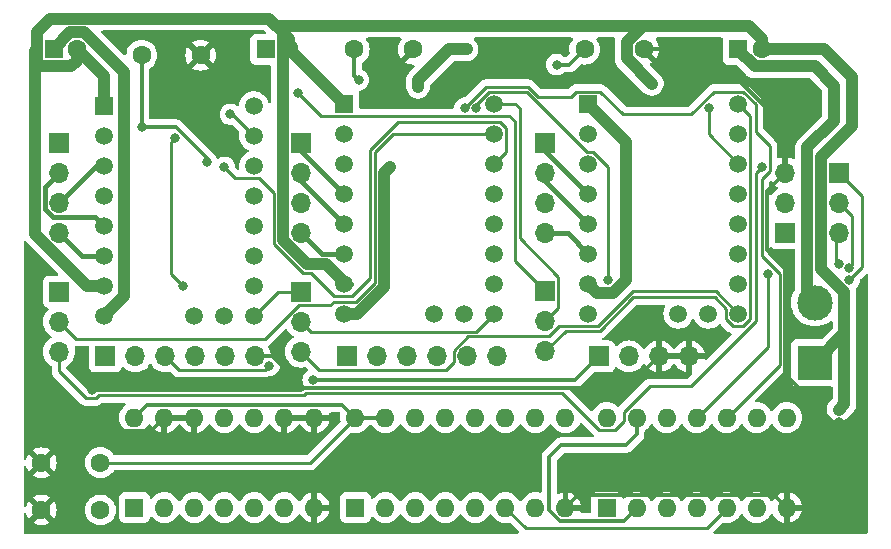
<source format=gbr>
%TF.GenerationSoftware,KiCad,Pcbnew,8.0.4-8.0.4-0~ubuntu24.04.1*%
%TF.CreationDate,2024-08-20T13:37:47+02:00*%
%TF.ProjectId,motor-driver-breakout,6d6f746f-722d-4647-9269-7665722d6272,rev?*%
%TF.SameCoordinates,Original*%
%TF.FileFunction,Copper,L4,Bot*%
%TF.FilePolarity,Positive*%
%FSLAX46Y46*%
G04 Gerber Fmt 4.6, Leading zero omitted, Abs format (unit mm)*
G04 Created by KiCad (PCBNEW 8.0.4-8.0.4-0~ubuntu24.04.1) date 2024-08-20 13:37:47*
%MOMM*%
%LPD*%
G01*
G04 APERTURE LIST*
%TA.AperFunction,ComponentPad*%
%ADD10R,1.700000X1.700000*%
%TD*%
%TA.AperFunction,ComponentPad*%
%ADD11O,1.700000X1.700000*%
%TD*%
%TA.AperFunction,ComponentPad*%
%ADD12R,3.000000X3.000000*%
%TD*%
%TA.AperFunction,ComponentPad*%
%ADD13C,3.000000*%
%TD*%
%TA.AperFunction,ComponentPad*%
%ADD14R,1.600000X1.600000*%
%TD*%
%TA.AperFunction,ComponentPad*%
%ADD15C,1.600000*%
%TD*%
%TA.AperFunction,ComponentPad*%
%ADD16C,1.508000*%
%TD*%
%TA.AperFunction,ComponentPad*%
%ADD17R,1.508000X1.508000*%
%TD*%
%TA.AperFunction,ComponentPad*%
%ADD18O,1.600000X1.600000*%
%TD*%
%TA.AperFunction,ViaPad*%
%ADD19C,0.800000*%
%TD*%
%TA.AperFunction,Conductor*%
%ADD20C,1.000000*%
%TD*%
%TA.AperFunction,Conductor*%
%ADD21C,0.250000*%
%TD*%
%TA.AperFunction,Conductor*%
%ADD22C,0.300000*%
%TD*%
%TA.AperFunction,Conductor*%
%ADD23C,0.600000*%
%TD*%
%TA.AperFunction,Conductor*%
%ADD24C,0.400000*%
%TD*%
G04 APERTURE END LIST*
D10*
%TO.P,J13,1,Pin_1*%
%TO.N,+5V*%
X202200000Y-59000000D03*
D11*
%TO.P,J13,2,Pin_2*%
X204740000Y-59000000D03*
%TO.P,J13,3,Pin_3*%
%TO.N,GND*%
X207280000Y-59000000D03*
%TO.P,J13,4,Pin_4*%
X209820000Y-59000000D03*
%TD*%
D12*
%TO.P,J12,1,Pin_1*%
%TO.N,GNDPWR*%
X220500000Y-59540000D03*
D13*
%TO.P,J12,2,Pin_2*%
%TO.N,VCC*%
X220500000Y-54460000D03*
%TD*%
D14*
%TO.P,C1,1*%
%TO.N,VCC*%
X214000000Y-33000000D03*
D15*
%TO.P,C1,2*%
%TO.N,GNDPWR*%
X216000000Y-33000000D03*
%TD*%
%TO.P,C4,1*%
%TO.N,+5V*%
X201000000Y-33000000D03*
%TO.P,C4,2*%
%TO.N,GND*%
X206000000Y-33000000D03*
%TD*%
D16*
%TO.P,U6,18,DIAG*%
%TO.N,unconnected-(U6-DIAG-Pad18)*%
X190810000Y-55390000D03*
%TO.P,U6,17,INDEX*%
%TO.N,unconnected-(U6-INDEX-Pad17)*%
X188270000Y-55390000D03*
%TO.P,U6,16,~{EN}*%
%TO.N,/EN2*%
X193350000Y-55390000D03*
%TO.P,U6,15,MS1*%
%TO.N,/MS1-2*%
X193350000Y-52850000D03*
%TO.P,U6,14,MS2*%
%TO.N,/MS2-2*%
X193350000Y-50310000D03*
%TO.P,U6,13,SPRD*%
%TO.N,/SP2*%
X193350000Y-47770000D03*
%TO.P,U6,12,UART*%
%TO.N,/UART_RX_2*%
X193350000Y-45230000D03*
%TO.P,U6,11,PDN*%
%TO.N,/UART_TX_2*%
X193350000Y-42690000D03*
%TO.P,U6,10,STEP*%
%TO.N,/STEP2*%
X193350000Y-40150000D03*
%TO.P,U6,9,DIR*%
%TO.N,/DIR2*%
X193350000Y-37610000D03*
%TO.P,U6,8,VM*%
%TO.N,VCC*%
X180650000Y-55390000D03*
%TO.P,U6,7,GND*%
%TO.N,GNDPWR*%
X180650000Y-52850000D03*
%TO.P,U6,6,M2B*%
%TO.N,/M8*%
X180650000Y-50310000D03*
%TO.P,U6,5,M2A*%
%TO.N,/M6*%
X180650000Y-47770000D03*
%TO.P,U6,4,M1A*%
%TO.N,/M5*%
X180650000Y-45230000D03*
%TO.P,U6,3,M1B*%
%TO.N,/M7*%
X180650000Y-42690000D03*
%TO.P,U6,2,VIO*%
%TO.N,+5V*%
X180650000Y-40150000D03*
D17*
%TO.P,U6,1,GND*%
%TO.N,GNDPWR*%
X180650000Y-37610000D03*
%TD*%
D14*
%TO.P,U3,1,~{EN}*%
%TO.N,Net-(U3A-~{EN})*%
X181600000Y-71800000D03*
D18*
%TO.P,U3,2,A*%
%TO.N,/UART_Sel_A*%
X184140000Y-71800000D03*
%TO.P,U3,3,B*%
%TO.N,/UART_Sel_B*%
X186680000Y-71800000D03*
%TO.P,U3,4,~{Q0}*%
%TO.N,Net-(U3A-~{Q0})*%
X189220000Y-71800000D03*
%TO.P,U3,5,~{Q1}*%
%TO.N,Net-(U3A-~{Q1})*%
X191760000Y-71800000D03*
%TO.P,U3,6,~{Q2}*%
%TO.N,Net-(U3A-~{Q2})*%
X194300000Y-71800000D03*
%TO.P,U3,7,~{Q3}*%
%TO.N,Net-(U3A-~{Q3})*%
X196840000Y-71800000D03*
%TO.P,U3,8,GND*%
%TO.N,GND*%
X199380000Y-71800000D03*
%TO.P,U3,9,~{Q3}*%
%TO.N,unconnected-(U3B-~{Q3}-Pad9)*%
X199380000Y-64180000D03*
%TO.P,U3,10,~{Q2}*%
%TO.N,unconnected-(U3B-~{Q2}-Pad10)*%
X196840000Y-64180000D03*
%TO.P,U3,11,~{Q1}*%
%TO.N,unconnected-(U3B-~{Q1}-Pad11)*%
X194300000Y-64180000D03*
%TO.P,U3,12,~{Q0}*%
%TO.N,unconnected-(U3B-~{Q0}-Pad12)*%
X191760000Y-64180000D03*
%TO.P,U3,13,B*%
%TO.N,unconnected-(U3B-B-Pad13)*%
X189220000Y-64180000D03*
%TO.P,U3,14,A*%
%TO.N,unconnected-(U3B-A-Pad14)*%
X186680000Y-64180000D03*
%TO.P,U3,15,~{EN}*%
%TO.N,+5V*%
X184140000Y-64180000D03*
%TO.P,U3,16,VCC*%
X181600000Y-64180000D03*
%TD*%
D10*
%TO.P,J1,1,Pin_1*%
%TO.N,/UART_TX_4*%
X218000000Y-48540000D03*
D11*
%TO.P,J1,2,Pin_2*%
%TO.N,/UART_RX_4*%
X218000000Y-46000000D03*
%TO.P,J1,3,Pin_3*%
%TO.N,GND*%
X218000000Y-43460000D03*
%TD*%
D10*
%TO.P,J7,1,Pin_1*%
%TO.N,/M1*%
X156500000Y-40905000D03*
D11*
%TO.P,J7,2,Pin_2*%
%TO.N,/M2*%
X156500000Y-43445000D03*
%TO.P,J7,3,Pin_3*%
%TO.N,/M3*%
X156500000Y-45985000D03*
%TO.P,J7,4,Pin_4*%
%TO.N,/M4*%
X156500000Y-48525000D03*
%TD*%
D15*
%TO.P,C2,1*%
%TO.N,+5V*%
X181500000Y-33000000D03*
%TO.P,C2,2*%
%TO.N,GND*%
X186500000Y-33000000D03*
%TD*%
%TO.P,C6,1*%
%TO.N,+5V*%
X163500000Y-33500000D03*
%TO.P,C6,2*%
%TO.N,GND*%
X168500000Y-33500000D03*
%TD*%
D14*
%TO.P,U2,1*%
%TO.N,Net-(U3A-~{Q3})*%
X202875000Y-71800000D03*
D18*
%TO.P,U2,2*%
%TO.N,+5V*%
X205415000Y-71800000D03*
%TO.P,U2,3*%
%TO.N,/UART_RX_4*%
X207955000Y-71800000D03*
%TO.P,U2,4*%
%TO.N,/UART_RX_3*%
X210495000Y-71800000D03*
%TO.P,U2,5*%
%TO.N,Net-(U3A-~{Q2})*%
X213035000Y-71800000D03*
%TO.P,U2,6*%
%TO.N,+5V*%
X215575000Y-71800000D03*
%TO.P,U2,7,Vss*%
%TO.N,GND*%
X218115000Y-71800000D03*
%TO.P,U2,8*%
%TO.N,Net-(U3A-~{Q1})*%
X218115000Y-64180000D03*
%TO.P,U2,9*%
%TO.N,+5V*%
X215575000Y-64180000D03*
%TO.P,U2,10*%
%TO.N,/UART_RX_2*%
X213035000Y-64180000D03*
%TO.P,U2,11*%
%TO.N,/UART_RX_1*%
X210495000Y-64180000D03*
%TO.P,U2,12*%
%TO.N,Net-(U3A-~{Q0})*%
X207955000Y-64180000D03*
%TO.P,U2,13*%
%TO.N,+5V*%
X205415000Y-64180000D03*
%TO.P,U2,14,Vdd*%
X202875000Y-64180000D03*
%TD*%
D10*
%TO.P,J10,1,Pin_1*%
%TO.N,/SP1*%
X222500000Y-43460000D03*
D11*
%TO.P,J10,2,Pin_2*%
%TO.N,/SP2*%
X222500000Y-46000000D03*
%TO.P,J10,3,Pin_3*%
%TO.N,/SP3*%
X222500000Y-48540000D03*
%TD*%
D10*
%TO.P,J11,1,Pin_1*%
%TO.N,/UART_TX_COM*%
X160420000Y-59000000D03*
D11*
%TO.P,J11,2,Pin_2*%
%TO.N,/UART_RX_COM*%
X162960000Y-59000000D03*
%TO.P,J11,3,Pin_3*%
%TO.N,/UART_Sel_A*%
X165500000Y-59000000D03*
%TO.P,J11,4,Pin_4*%
%TO.N,/UART_Sel_B*%
X168040000Y-59000000D03*
%TO.P,J11,5,Pin_5*%
%TO.N,/UART_EN*%
X170580000Y-59000000D03*
%TO.P,J11,6,Pin_6*%
%TO.N,GND*%
X173120000Y-59000000D03*
%TD*%
D10*
%TO.P,J8,1,Pin_1*%
%TO.N,/M5*%
X177000000Y-40945000D03*
D11*
%TO.P,J8,2,Pin_2*%
%TO.N,/M6*%
X177000000Y-43485000D03*
%TO.P,J8,3,Pin_3*%
%TO.N,/M7*%
X177000000Y-46025000D03*
%TO.P,J8,4,Pin_4*%
%TO.N,/M8*%
X177000000Y-48565000D03*
%TD*%
D14*
%TO.P,C5,1*%
%TO.N,VCC*%
X156044888Y-33000000D03*
D15*
%TO.P,C5,2*%
%TO.N,GNDPWR*%
X158044888Y-33000000D03*
%TD*%
D14*
%TO.P,U5,1*%
%TO.N,+5V*%
X162875000Y-71800000D03*
D18*
%TO.P,U5,2*%
%TO.N,/UART_EN*%
X165415000Y-71800000D03*
%TO.P,U5,3*%
%TO.N,/~{UART_EN}*%
X167955000Y-71800000D03*
%TO.P,U5,4*%
%TO.N,Net-(U3A-~{EN})*%
X170495000Y-71800000D03*
%TO.P,U5,5*%
%TO.N,/UART_RX_COM*%
X173035000Y-71800000D03*
%TO.P,U5,6*%
%TO.N,/UART_EN*%
X175575000Y-71800000D03*
%TO.P,U5,7,Vss*%
%TO.N,GND*%
X178115000Y-71800000D03*
%TO.P,U5,8*%
X178115000Y-64180000D03*
%TO.P,U5,9*%
X175575000Y-64180000D03*
%TO.P,U5,10*%
%TO.N,unconnected-(U5-Pad10)*%
X173035000Y-64180000D03*
%TO.P,U5,11*%
%TO.N,unconnected-(U5-Pad11)*%
X170495000Y-64180000D03*
%TO.P,U5,12*%
%TO.N,GND*%
X167955000Y-64180000D03*
%TO.P,U5,13*%
X165415000Y-64180000D03*
%TO.P,U5,14,Vdd*%
%TO.N,+5V*%
X162875000Y-64180000D03*
%TD*%
D10*
%TO.P,J4,1,Pin_1*%
%TO.N,/MS1-1*%
X180880000Y-59000000D03*
D11*
%TO.P,J4,2,Pin_2*%
%TO.N,/MS2-1*%
X183420000Y-59000000D03*
%TO.P,J4,3,Pin_3*%
%TO.N,/MS1-2*%
X185960000Y-59000000D03*
%TO.P,J4,4,Pin_4*%
%TO.N,/MS2-2*%
X188500000Y-59000000D03*
%TO.P,J4,5,Pin_5*%
%TO.N,/MS1-3*%
X191040000Y-59000000D03*
%TO.P,J4,6,Pin_6*%
%TO.N,/MS2-3*%
X193580000Y-59000000D03*
%TD*%
D17*
%TO.P,U7,1,GND*%
%TO.N,GNDPWR*%
X201300000Y-37610000D03*
D16*
%TO.P,U7,2,VIO*%
%TO.N,+5V*%
X201300000Y-40150000D03*
%TO.P,U7,3,M1B*%
%TO.N,/M11*%
X201300000Y-42690000D03*
%TO.P,U7,4,M1A*%
%TO.N,/M9*%
X201300000Y-45230000D03*
%TO.P,U7,5,M2A*%
%TO.N,/M10*%
X201300000Y-47770000D03*
%TO.P,U7,6,M2B*%
%TO.N,/M12*%
X201300000Y-50310000D03*
%TO.P,U7,7,GND*%
%TO.N,GNDPWR*%
X201300000Y-52850000D03*
%TO.P,U7,8,VM*%
%TO.N,VCC*%
X201300000Y-55390000D03*
%TO.P,U7,9,DIR*%
%TO.N,/DIR3*%
X214000000Y-37610000D03*
%TO.P,U7,10,STEP*%
%TO.N,/STEP3*%
X214000000Y-40150000D03*
%TO.P,U7,11,PDN*%
%TO.N,/UART_TX_3*%
X214000000Y-42690000D03*
%TO.P,U7,12,UART*%
%TO.N,/UART_RX_3*%
X214000000Y-45230000D03*
%TO.P,U7,13,SPRD*%
%TO.N,/SP3*%
X214000000Y-47770000D03*
%TO.P,U7,14,MS2*%
%TO.N,/MS2-3*%
X214000000Y-50310000D03*
%TO.P,U7,15,MS1*%
%TO.N,/MS1-3*%
X214000000Y-52850000D03*
%TO.P,U7,16,~{EN}*%
%TO.N,/EN3*%
X214000000Y-55390000D03*
%TO.P,U7,17,INDEX*%
%TO.N,unconnected-(U7-INDEX-Pad17)*%
X208920000Y-55390000D03*
%TO.P,U7,18,DIAG*%
%TO.N,unconnected-(U7-DIAG-Pad18)*%
X211460000Y-55390000D03*
%TD*%
D10*
%TO.P,J5,1,Pin_1*%
%TO.N,/STEP1*%
X156500000Y-53525000D03*
D11*
%TO.P,J5,2,Pin_2*%
%TO.N,/STEP2*%
X156500000Y-56065000D03*
%TO.P,J5,3,Pin_3*%
%TO.N,/STEP3*%
X156500000Y-58605000D03*
%TD*%
D14*
%TO.P,C3,1*%
%TO.N,VCC*%
X174000000Y-33000000D03*
D15*
%TO.P,C3,2*%
%TO.N,GNDPWR*%
X176000000Y-33000000D03*
%TD*%
%TO.P,C8,1*%
%TO.N,+5V*%
X160000000Y-68000000D03*
%TO.P,C8,2*%
%TO.N,GND*%
X155000000Y-68000000D03*
%TD*%
D10*
%TO.P,J3,1,Pin_1*%
%TO.N,/EN1*%
X177000000Y-53525000D03*
D11*
%TO.P,J3,2,Pin_2*%
%TO.N,/EN2*%
X177000000Y-56065000D03*
%TO.P,J3,3,Pin_3*%
%TO.N,/EN3*%
X177000000Y-58605000D03*
%TD*%
D10*
%TO.P,J9,1,Pin_1*%
%TO.N,/M9*%
X197650000Y-40945000D03*
D11*
%TO.P,J9,2,Pin_2*%
%TO.N,/M10*%
X197650000Y-43485000D03*
%TO.P,J9,3,Pin_3*%
%TO.N,/M11*%
X197650000Y-46025000D03*
%TO.P,J9,4,Pin_4*%
%TO.N,/M12*%
X197650000Y-48565000D03*
%TD*%
D15*
%TO.P,C7,1*%
%TO.N,+5V*%
X160000000Y-72000000D03*
%TO.P,C7,2*%
%TO.N,GND*%
X155000000Y-72000000D03*
%TD*%
D10*
%TO.P,J6,1,Pin_1*%
%TO.N,/DIR1*%
X197650000Y-53485000D03*
D11*
%TO.P,J6,2,Pin_2*%
%TO.N,/DIR2*%
X197650000Y-56025000D03*
%TO.P,J6,3,Pin_3*%
%TO.N,/DIR3*%
X197650000Y-58565000D03*
%TD*%
D17*
%TO.P,U4,1,GND*%
%TO.N,GNDPWR*%
X160300000Y-37800000D03*
D16*
%TO.P,U4,2,VIO*%
%TO.N,+5V*%
X160300000Y-40340000D03*
%TO.P,U4,3,M1B*%
%TO.N,/M3*%
X160300000Y-42880000D03*
%TO.P,U4,4,M1A*%
%TO.N,/M1*%
X160300000Y-45420000D03*
%TO.P,U4,5,M2A*%
%TO.N,/M2*%
X160300000Y-47960000D03*
%TO.P,U4,6,M2B*%
%TO.N,/M4*%
X160300000Y-50500000D03*
%TO.P,U4,7,GND*%
%TO.N,GNDPWR*%
X160300000Y-53040000D03*
%TO.P,U4,8,VM*%
%TO.N,VCC*%
X160300000Y-55580000D03*
%TO.P,U4,9,DIR*%
%TO.N,/DIR1*%
X173000000Y-37800000D03*
%TO.P,U4,10,STEP*%
%TO.N,/STEP1*%
X173000000Y-40340000D03*
%TO.P,U4,11,PDN*%
%TO.N,/UART_TX_1*%
X173000000Y-42880000D03*
%TO.P,U4,12,UART*%
%TO.N,/UART_RX_1*%
X173000000Y-45420000D03*
%TO.P,U4,13,SPRD*%
%TO.N,/SP1*%
X173000000Y-47960000D03*
%TO.P,U4,14,MS2*%
%TO.N,/MS2-1*%
X173000000Y-50500000D03*
%TO.P,U4,15,MS1*%
%TO.N,/MS1-1*%
X173000000Y-53040000D03*
%TO.P,U4,16,~{EN}*%
%TO.N,/EN1*%
X173000000Y-55580000D03*
%TO.P,U4,17,INDEX*%
%TO.N,unconnected-(U4-INDEX-Pad17)*%
X167920000Y-55580000D03*
%TO.P,U4,18,DIAG*%
%TO.N,unconnected-(U4-DIAG-Pad18)*%
X170460000Y-55580000D03*
%TD*%
D19*
%TO.N,GND*%
X159325000Y-61874400D03*
%TO.N,/UART_TX_2*%
X170500000Y-43000000D03*
%TO.N,+5V*%
X178000000Y-61000000D03*
%TO.N,GND*%
X222495710Y-64555000D03*
X210959682Y-66540318D03*
%TO.N,VCC*%
X191000000Y-33000000D03*
X186893200Y-36169600D03*
X184500000Y-43000000D03*
%TO.N,/DIR1*%
X176739859Y-36739859D03*
%TO.N,+5V*%
X198620521Y-34297477D03*
%TO.N,GNDPWR*%
X206705200Y-35915600D03*
%TO.N,+5V*%
X181864000Y-35600000D03*
%TO.N,GNDPWR*%
X222500000Y-63500000D03*
%TO.N,+5V*%
X169000000Y-42500000D03*
X163500000Y-39586000D03*
%TO.N,/STEP1*%
X171000000Y-38500000D03*
%TO.N,/SP1*%
X223425000Y-52500000D03*
%TO.N,/UART_RX_1*%
X216500000Y-52000000D03*
%TO.N,/SP2*%
X223425000Y-51500000D03*
%TO.N,/SP3*%
X222500000Y-51175000D03*
%TO.N,/UART_Sel_B*%
X167000000Y-53000000D03*
X166325000Y-40500000D03*
%TO.N,/UART_TX_3*%
X211500000Y-38000000D03*
%TO.N,/UART_Sel_A*%
X174286458Y-59774198D03*
%TO.N,/UART_RX_1*%
X191820800Y-37964000D03*
X203000000Y-52500000D03*
%TO.N,/STEP3*%
X216000000Y-43000000D03*
%TO.N,/UART_RX_2*%
X190866207Y-37964000D03*
%TD*%
D20*
%TO.N,GNDPWR*%
X174300000Y-30400000D02*
X155744888Y-30400000D01*
X155744888Y-30400000D02*
X154594888Y-31550000D01*
X154594888Y-31550000D02*
X154594888Y-33000000D01*
X160300000Y-53040000D02*
X158893679Y-53040000D01*
X158893679Y-53040000D02*
X154449999Y-48596320D01*
X154449999Y-48596320D02*
X154449999Y-33144889D01*
X154449999Y-33144889D02*
X154594888Y-33000000D01*
D21*
%TO.N,/DIR1*%
X176739859Y-36739859D02*
X178639000Y-38639000D01*
X178639000Y-38639000D02*
X194639000Y-38639000D01*
X194639000Y-38639000D02*
X195100000Y-39100000D01*
X195100000Y-39100000D02*
X195100000Y-50935000D01*
X195100000Y-50935000D02*
X197650000Y-53485000D01*
D20*
%TO.N,VCC*%
X186893200Y-35606800D02*
X189500000Y-33000000D01*
X186893200Y-36169600D02*
X186893200Y-35606800D01*
X189500000Y-33000000D02*
X191000000Y-33000000D01*
D22*
%TO.N,+5V*%
X198620521Y-34297477D02*
X199702523Y-34297477D01*
X199702523Y-34297477D02*
X201000000Y-33000000D01*
X181864000Y-35600000D02*
X181500000Y-35236000D01*
X181500000Y-35236000D02*
X181500000Y-33000000D01*
D21*
%TO.N,/UART_RX_2*%
X204248000Y-38500000D02*
X210045405Y-38500000D01*
X200271000Y-36581000D02*
X202329000Y-36581000D01*
X202329000Y-36581000D02*
X204248000Y-38500000D01*
X199852000Y-37000000D02*
X200271000Y-36581000D01*
X196246686Y-36181000D02*
X197065686Y-37000000D01*
X192649207Y-36181000D02*
X196246686Y-36181000D01*
X190866207Y-37964000D02*
X192649207Y-36181000D01*
X197065686Y-37000000D02*
X199852000Y-37000000D01*
X216675000Y-41175000D02*
X216675000Y-43279595D01*
X214426226Y-36581000D02*
X215500000Y-37654774D01*
X210045405Y-38500000D02*
X211964405Y-36581000D01*
X211964405Y-36581000D02*
X214426226Y-36581000D01*
X215500000Y-37654774D02*
X215500000Y-40000000D01*
X215500000Y-40000000D02*
X216675000Y-41175000D01*
X216675000Y-43279595D02*
X216000000Y-43954595D01*
X216000000Y-50500000D02*
X217500000Y-52000000D01*
X216000000Y-43954595D02*
X216000000Y-50500000D01*
X217500000Y-52000000D02*
X217500000Y-59715000D01*
X217500000Y-59715000D02*
X213035000Y-64180000D01*
%TO.N,/UART_RX_1*%
X191820800Y-37964000D02*
X191820800Y-37679200D01*
X203000000Y-42934774D02*
X203000000Y-52500000D01*
X196081000Y-36581000D02*
X201161000Y-41661000D01*
X201161000Y-41661000D02*
X201726226Y-41661000D01*
X192919000Y-36581000D02*
X196081000Y-36581000D01*
X191820800Y-37679200D02*
X192919000Y-36581000D01*
X201726226Y-41661000D02*
X203000000Y-42934774D01*
D20*
%TO.N,GNDPWR*%
X206705200Y-35915600D02*
X204550000Y-33760400D01*
X204550000Y-33760400D02*
X204550000Y-32399390D01*
X205949390Y-31000000D02*
X206000000Y-31000000D01*
X204550000Y-32399390D02*
X205949390Y-31000000D01*
D22*
%TO.N,+5V*%
X162875000Y-64180000D02*
X163975000Y-63080000D01*
X163975000Y-63080000D02*
X180500000Y-63080000D01*
X180500000Y-63080000D02*
X181600000Y-64180000D01*
D21*
%TO.N,/STEP3*%
X159854595Y-62299400D02*
X159604595Y-62549400D01*
X206574720Y-61500000D02*
X204340000Y-63734720D01*
X202255000Y-65255000D02*
X199125000Y-62125000D01*
X203585000Y-65255000D02*
X202255000Y-65255000D01*
X177378251Y-62125000D02*
X177203851Y-62299400D01*
X204340000Y-63734720D02*
X204340000Y-64500000D01*
X159604595Y-62549400D02*
X158769805Y-62549400D01*
X210000000Y-61500000D02*
X206574720Y-61500000D01*
X199125000Y-62125000D02*
X177378251Y-62125000D01*
X215500000Y-56000000D02*
X210000000Y-61500000D01*
X177203851Y-62299400D02*
X159854595Y-62299400D01*
X215500000Y-43500000D02*
X215500000Y-56000000D01*
X204340000Y-64500000D02*
X203585000Y-65255000D01*
X216000000Y-43000000D02*
X215500000Y-43500000D01*
X158769805Y-62549400D02*
X156500000Y-60279595D01*
X156500000Y-60279595D02*
X156500000Y-58605000D01*
D20*
%TO.N,GNDPWR*%
X216000000Y-33000000D02*
X221264800Y-33000000D01*
X221264800Y-33000000D02*
X223621600Y-35356800D01*
X223000000Y-53559925D02*
X223000000Y-57040000D01*
X223621600Y-35356800D02*
X223621600Y-39522400D01*
X223621600Y-39522400D02*
X221000000Y-42144000D01*
X221000000Y-42144000D02*
X221000000Y-51559925D01*
X221000000Y-51559925D02*
X223000000Y-53559925D01*
%TO.N,VCC*%
X214000000Y-33000000D02*
X214000000Y-33050610D01*
X214000000Y-33050610D02*
X215399390Y-34450000D01*
X222097600Y-39065200D02*
X219850000Y-41312800D01*
X215399390Y-34450000D02*
X220479600Y-34450000D01*
X220479600Y-34450000D02*
X222097600Y-36068000D01*
X222097600Y-36068000D02*
X222097600Y-39065200D01*
X219850000Y-41312800D02*
X219850000Y-53810000D01*
X219850000Y-53810000D02*
X220500000Y-54460000D01*
D22*
%TO.N,GND*%
X159325000Y-61874400D02*
X177027810Y-61874400D01*
X177027810Y-61874400D02*
X177202210Y-61700000D01*
X173120000Y-59000000D02*
X174502210Y-59000000D01*
X174502210Y-59000000D02*
X177202210Y-61700000D01*
X204580000Y-61700000D02*
X207280000Y-59000000D01*
X177202210Y-61700000D02*
X204580000Y-61700000D01*
D21*
%TO.N,/UART_TX_2*%
X193350000Y-42690000D02*
X194379000Y-41661000D01*
X194379000Y-41661000D02*
X194379000Y-39679000D01*
X194379000Y-39679000D02*
X193821000Y-39121000D01*
X193821000Y-39121000D02*
X185198914Y-39121000D01*
X185198914Y-39121000D02*
X182825000Y-41494914D01*
X182825000Y-41494914D02*
X182825000Y-52328200D01*
X182825000Y-52328200D02*
X181274200Y-53879000D01*
X181274200Y-53879000D02*
X179738693Y-53879000D01*
X179738693Y-53879000D02*
X177794695Y-51935002D01*
X171409000Y-43909000D02*
X170500000Y-43000000D01*
X177794695Y-51935002D02*
X177152665Y-51935002D01*
X177152665Y-51935002D02*
X174675000Y-49457337D01*
X174675000Y-49457337D02*
X174675000Y-45157774D01*
X174675000Y-45157774D02*
X173426226Y-43909000D01*
X173426226Y-43909000D02*
X171409000Y-43909000D01*
%TO.N,/STEP2*%
X156500000Y-56065000D02*
X157935000Y-57500000D01*
X157935000Y-57500000D02*
X173974009Y-57500000D01*
X173974009Y-57500000D02*
X176824009Y-54650000D01*
X176824009Y-54650000D02*
X179452774Y-54650000D01*
X181649300Y-54361000D02*
X183225000Y-52785300D01*
X179452774Y-54650000D02*
X179741774Y-54361000D01*
X183225000Y-52785300D02*
X183225000Y-41660600D01*
X184735600Y-40150000D02*
X193350000Y-40150000D01*
X179741774Y-54361000D02*
X181649300Y-54361000D01*
X183225000Y-41660600D02*
X184735600Y-40150000D01*
D22*
%TO.N,GND*%
X210959682Y-66540318D02*
X210959683Y-66540318D01*
X210959683Y-66540318D02*
X215119365Y-70700000D01*
X215119365Y-70700000D02*
X216500000Y-70700000D01*
X218000000Y-51575000D02*
X218000000Y-60500000D01*
X216425000Y-50000000D02*
X218000000Y-51575000D01*
X218000000Y-43460000D02*
X216425000Y-45035000D01*
X216425000Y-45035000D02*
X216425000Y-50000000D01*
X218000000Y-60500000D02*
X222055000Y-64555000D01*
X222055000Y-64555000D02*
X222495710Y-64555000D01*
D20*
%TO.N,VCC*%
X184500000Y-43000000D02*
X184000000Y-43500000D01*
X184000000Y-43500000D02*
X184000000Y-53106317D01*
X184000000Y-53106317D02*
X181716317Y-55390000D01*
X181716317Y-55390000D02*
X180650000Y-55390000D01*
D22*
%TO.N,+5V*%
X178000000Y-61000000D02*
X200200000Y-61000000D01*
X200200000Y-61000000D02*
X202200000Y-59000000D01*
%TO.N,GND*%
X222495710Y-65219290D02*
X222495710Y-64555000D01*
X217015000Y-70700000D02*
X222495710Y-65219290D01*
%TO.N,+5V*%
X205415000Y-64180000D02*
X205415000Y-65585000D01*
X205415000Y-65585000D02*
X204500000Y-66500000D01*
X198924365Y-72900000D02*
X204315000Y-72900000D01*
X204500000Y-66500000D02*
X199000000Y-66500000D01*
X198000000Y-67500000D02*
X198000000Y-71975635D01*
X199000000Y-66500000D02*
X198000000Y-67500000D01*
X198000000Y-71975635D02*
X198924365Y-72900000D01*
X204315000Y-72900000D02*
X205415000Y-71800000D01*
%TO.N,GND*%
X209820000Y-59000000D02*
X207280000Y-59000000D01*
X200480000Y-70700000D02*
X216500000Y-70700000D01*
X216500000Y-70700000D02*
X217015000Y-70700000D01*
X199380000Y-71800000D02*
X200480000Y-70700000D01*
X217015000Y-70700000D02*
X218115000Y-71800000D01*
%TO.N,+5V*%
X184140000Y-64180000D02*
X181600000Y-64180000D01*
D21*
X160000000Y-68000000D02*
X177780000Y-68000000D01*
X177780000Y-68000000D02*
X181600000Y-64180000D01*
D22*
%TO.N,GND*%
X165415000Y-64180000D02*
X164315000Y-65280000D01*
X164315000Y-65280000D02*
X157720000Y-65280000D01*
X157720000Y-65280000D02*
X155000000Y-68000000D01*
D20*
%TO.N,GNDPWR*%
X175450000Y-31550000D02*
X175450000Y-49136321D01*
X175450000Y-49136321D02*
X177473680Y-51160001D01*
X177473680Y-51160001D02*
X179097081Y-51160001D01*
X179097081Y-51160001D02*
X180650000Y-52712920D01*
X180650000Y-52712920D02*
X180650000Y-52850000D01*
X175450000Y-31550000D02*
X174300000Y-30400000D01*
X176000000Y-32100000D02*
X175450000Y-31550000D01*
X180650000Y-37610000D02*
X180610000Y-37610000D01*
X180610000Y-37610000D02*
X176000000Y-33000000D01*
D23*
X180650000Y-52850000D02*
X180365762Y-52850000D01*
X175700000Y-33300000D02*
X176000000Y-33000000D01*
D20*
X154594888Y-33000000D02*
X154594888Y-34094888D01*
X201300000Y-52850000D02*
X202054000Y-53604000D01*
X202054000Y-53604000D02*
X203396000Y-53604000D01*
X203396000Y-53604000D02*
X204500000Y-52500000D01*
X204500000Y-52500000D02*
X204500000Y-40810000D01*
X204500000Y-40810000D02*
X201300000Y-37610000D01*
X174900000Y-31000000D02*
X206000000Y-31000000D01*
X206000000Y-31000000D02*
X214900000Y-31000000D01*
X223000000Y-63000000D02*
X222500000Y-63500000D01*
X223000000Y-57040000D02*
X223000000Y-63000000D01*
D22*
%TO.N,GND*%
X206000000Y-33000000D02*
X211446266Y-33000000D01*
X218000000Y-39553734D02*
X218000000Y-43460000D01*
X211446266Y-33000000D02*
X218000000Y-39553734D01*
D20*
%TO.N,GNDPWR*%
X174300000Y-30400000D02*
X174900000Y-31000000D01*
X214900000Y-31000000D02*
X216000000Y-32100000D01*
X216000000Y-32100000D02*
X216000000Y-33000000D01*
X176000000Y-33000000D02*
X176000000Y-32100000D01*
X154594888Y-34094888D02*
X154950000Y-34450000D01*
X157550000Y-34450000D02*
X158044888Y-33955112D01*
X154950000Y-34450000D02*
X157550000Y-34450000D01*
X158044888Y-33955112D02*
X158044888Y-33000000D01*
X223000000Y-57040000D02*
X220500000Y-59540000D01*
D21*
%TO.N,/SP1*%
X224500000Y-45460000D02*
X222500000Y-43460000D01*
X224500000Y-51425000D02*
X224500000Y-45460000D01*
X223425000Y-52500000D02*
X224500000Y-51425000D01*
%TO.N,/SP2*%
X223625000Y-47125000D02*
X222500000Y-46000000D01*
X223425000Y-51500000D02*
X223625000Y-51300000D01*
X223625000Y-51300000D02*
X223625000Y-47125000D01*
%TO.N,/SP3*%
X222500000Y-51175000D02*
X222325000Y-51000000D01*
X222325000Y-51000000D02*
X222325000Y-48715000D01*
X222325000Y-48715000D02*
X222500000Y-48540000D01*
D22*
%TO.N,+5V*%
X169000000Y-42185050D02*
X169000000Y-42500000D01*
X166400950Y-39586000D02*
X169000000Y-42185050D01*
X163500000Y-39586000D02*
X166400950Y-39586000D01*
X163500000Y-39586000D02*
X163500000Y-33500000D01*
D21*
%TO.N,/STEP1*%
X171000000Y-38500000D02*
X171160000Y-38500000D01*
X171160000Y-38500000D02*
X173000000Y-40340000D01*
D20*
%TO.N,VCC*%
X156044888Y-33000000D02*
X156044888Y-32949390D01*
X156044888Y-32949390D02*
X157444278Y-31550000D01*
X157444278Y-31550000D02*
X158645498Y-31550000D01*
X158645498Y-31550000D02*
X162000000Y-34904502D01*
X162000000Y-34904502D02*
X162000000Y-53880000D01*
X162000000Y-53880000D02*
X160300000Y-55580000D01*
%TO.N,GNDPWR*%
X160300000Y-37800000D02*
X160300000Y-35255112D01*
X160300000Y-35255112D02*
X158044888Y-33000000D01*
D23*
%TO.N,GND*%
X207000000Y-58720000D02*
X207280000Y-59000000D01*
D21*
%TO.N,/DIR3*%
X197650000Y-58565000D02*
X199396000Y-56819000D01*
X215029000Y-55816226D02*
X215029000Y-38639000D01*
X199396000Y-56819000D02*
X202316175Y-56819000D01*
X215029000Y-38639000D02*
X214000000Y-37610000D01*
X202316175Y-56819000D02*
X205135175Y-54000000D01*
X212007226Y-54000000D02*
X212971000Y-54963774D01*
X212971000Y-55816226D02*
X213573774Y-56419000D01*
X205135175Y-54000000D02*
X212007226Y-54000000D01*
X212971000Y-54963774D02*
X212971000Y-55816226D01*
X213573774Y-56419000D02*
X214426226Y-56419000D01*
X214426226Y-56419000D02*
X215029000Y-55816226D01*
%TO.N,/EN3*%
X177000000Y-58605000D02*
X178520000Y-60125000D01*
X191134009Y-57315000D02*
X197950991Y-57315000D01*
X178520000Y-60125000D02*
X189255991Y-60125000D01*
X189915000Y-58534009D02*
X191134009Y-57315000D01*
X189255991Y-60125000D02*
X189915000Y-59465991D01*
X189915000Y-59465991D02*
X189915000Y-58534009D01*
X197950991Y-57315000D02*
X198846991Y-56419000D01*
X198846991Y-56419000D02*
X202150489Y-56419000D01*
X202150489Y-56419000D02*
X205069489Y-53500000D01*
X205069489Y-53500000D02*
X212110000Y-53500000D01*
X212110000Y-53500000D02*
X214000000Y-55390000D01*
%TO.N,/UART_RX_1*%
X216500000Y-52000000D02*
X216500000Y-58175000D01*
X216500000Y-58175000D02*
X210495000Y-64180000D01*
%TO.N,/UART_Sel_B*%
X166000000Y-52000000D02*
X166000000Y-40825000D01*
X167000000Y-53000000D02*
X166000000Y-52000000D01*
X166000000Y-40825000D02*
X166325000Y-40500000D01*
%TO.N,+5V*%
X160000000Y-68000000D02*
X160500000Y-67500000D01*
D23*
%TO.N,GNDPWR*%
X180650000Y-52850000D02*
X181150000Y-52850000D01*
D21*
%TO.N,/UART_TX_3*%
X214000000Y-42690000D02*
X211500000Y-40190000D01*
X211500000Y-40190000D02*
X211500000Y-38000000D01*
%TO.N,/UART_Sel_A*%
X174286458Y-59774198D02*
X173935656Y-60125000D01*
X166625000Y-60125000D02*
X165500000Y-59000000D01*
X173935656Y-60125000D02*
X166625000Y-60125000D01*
%TO.N,/EN1*%
X173420000Y-56000000D02*
X173000000Y-55580000D01*
X177000000Y-53525000D02*
X175055000Y-53525000D01*
X175055000Y-53525000D02*
X173000000Y-55580000D01*
%TO.N,/STEP1*%
X156500000Y-53525000D02*
X156500000Y-53500000D01*
D23*
%TO.N,VCC*%
X160300000Y-55580000D02*
X160300000Y-55043322D01*
D21*
%TO.N,/EN2*%
X177000000Y-56065000D02*
X177850000Y-56915000D01*
X177850000Y-56915000D02*
X191825000Y-56915000D01*
X191825000Y-56915000D02*
X193350000Y-55390000D01*
%TO.N,/DIR2*%
X198775000Y-52275000D02*
X195500000Y-49000000D01*
X198775000Y-54900000D02*
X198775000Y-52275000D01*
X197650000Y-56025000D02*
X198775000Y-54900000D01*
X195500000Y-49000000D02*
X195500000Y-38000000D01*
X195500000Y-38000000D02*
X195110000Y-37610000D01*
X195110000Y-37610000D02*
X193350000Y-37610000D01*
%TO.N,Net-(U3A-~{Q2})*%
X211335000Y-73500000D02*
X213035000Y-71800000D01*
X194300000Y-71800000D02*
X196000000Y-73500000D01*
X196000000Y-73500000D02*
X211335000Y-73500000D01*
D24*
%TO.N,/M2*%
X156002943Y-47185000D02*
X159525000Y-47185000D01*
X155300000Y-46482057D02*
X156002943Y-47185000D01*
X156500000Y-43445000D02*
X155300000Y-44645000D01*
X159525000Y-47185000D02*
X160300000Y-47960000D01*
X155300000Y-44645000D02*
X155300000Y-46482057D01*
%TO.N,/M3*%
X159605000Y-42880000D02*
X160300000Y-42880000D01*
X156500000Y-45985000D02*
X159605000Y-42880000D01*
%TO.N,/M4*%
X158475000Y-50500000D02*
X156500000Y-48525000D01*
X160300000Y-50500000D02*
X158475000Y-50500000D01*
%TO.N,/M8*%
X180650000Y-50310000D02*
X178745000Y-50310000D01*
X178745000Y-50310000D02*
X177000000Y-48565000D01*
%TO.N,/M6*%
X177000000Y-44120000D02*
X177000000Y-43485000D01*
X180650000Y-47770000D02*
X177000000Y-44120000D01*
%TO.N,/M5*%
X177000000Y-41580000D02*
X180650000Y-45230000D01*
X177000000Y-40945000D02*
X177000000Y-41580000D01*
%TO.N,/M12*%
X197650000Y-48565000D02*
X199555000Y-48565000D01*
X199555000Y-48565000D02*
X201300000Y-50310000D01*
%TO.N,/M10*%
X201300000Y-47770000D02*
X197650000Y-44120000D01*
X197650000Y-44120000D02*
X197650000Y-43485000D01*
%TO.N,/M9*%
X197650000Y-41580000D02*
X201300000Y-45230000D01*
X197650000Y-40945000D02*
X197650000Y-41580000D01*
%TD*%
%TA.AperFunction,Conductor*%
%TO.N,GND*%
G36*
X153705203Y-49266891D02*
G01*
X153711681Y-49272923D01*
X153819282Y-49380524D01*
X153819288Y-49380529D01*
X156401577Y-51962819D01*
X156435062Y-52024142D01*
X156430078Y-52093834D01*
X156388206Y-52149767D01*
X156322742Y-52174184D01*
X156313896Y-52174500D01*
X155602129Y-52174500D01*
X155602123Y-52174501D01*
X155542516Y-52180908D01*
X155407671Y-52231202D01*
X155407664Y-52231206D01*
X155292455Y-52317452D01*
X155292452Y-52317455D01*
X155206206Y-52432664D01*
X155206202Y-52432671D01*
X155155908Y-52567517D01*
X155149501Y-52627116D01*
X155149500Y-52627135D01*
X155149500Y-54422870D01*
X155149501Y-54422876D01*
X155155908Y-54482483D01*
X155206202Y-54617328D01*
X155206206Y-54617335D01*
X155292452Y-54732544D01*
X155292455Y-54732547D01*
X155407664Y-54818793D01*
X155407671Y-54818797D01*
X155539081Y-54867810D01*
X155595015Y-54909681D01*
X155619432Y-54975145D01*
X155604580Y-55043418D01*
X155583430Y-55071673D01*
X155461503Y-55193600D01*
X155325965Y-55387169D01*
X155325964Y-55387171D01*
X155226098Y-55601335D01*
X155226094Y-55601344D01*
X155164938Y-55829586D01*
X155164936Y-55829596D01*
X155144341Y-56064999D01*
X155144341Y-56065000D01*
X155164936Y-56300403D01*
X155164938Y-56300413D01*
X155226094Y-56528655D01*
X155226096Y-56528659D01*
X155226097Y-56528663D01*
X155307626Y-56703502D01*
X155325965Y-56742830D01*
X155325967Y-56742834D01*
X155393508Y-56839292D01*
X155461504Y-56936400D01*
X155461506Y-56936402D01*
X155628597Y-57103493D01*
X155628603Y-57103498D01*
X155814158Y-57233425D01*
X155857783Y-57288002D01*
X155864977Y-57357500D01*
X155833454Y-57419855D01*
X155814158Y-57436575D01*
X155628597Y-57566505D01*
X155461505Y-57733597D01*
X155325965Y-57927169D01*
X155325964Y-57927171D01*
X155226098Y-58141335D01*
X155226094Y-58141344D01*
X155164938Y-58369586D01*
X155164936Y-58369596D01*
X155144341Y-58604999D01*
X155144341Y-58605000D01*
X155164936Y-58840403D01*
X155164938Y-58840413D01*
X155226094Y-59068655D01*
X155226096Y-59068659D01*
X155226097Y-59068663D01*
X155241321Y-59101310D01*
X155325965Y-59282830D01*
X155325967Y-59282834D01*
X155429402Y-59430553D01*
X155452586Y-59463664D01*
X155461501Y-59476395D01*
X155461506Y-59476402D01*
X155628597Y-59643493D01*
X155628603Y-59643498D01*
X155635400Y-59648257D01*
X155821624Y-59778653D01*
X155865248Y-59833228D01*
X155874500Y-59880226D01*
X155874500Y-60217988D01*
X155874500Y-60341202D01*
X155877231Y-60354932D01*
X155885049Y-60394236D01*
X155898537Y-60462049D01*
X155898540Y-60462058D01*
X155912071Y-60494722D01*
X155912072Y-60494724D01*
X155945685Y-60575876D01*
X155945687Y-60575879D01*
X155945688Y-60575881D01*
X155969060Y-60610858D01*
X155979914Y-60627102D01*
X155979915Y-60627104D01*
X156014141Y-60678328D01*
X156105586Y-60769773D01*
X156105608Y-60769793D01*
X158280821Y-62945006D01*
X158280850Y-62945037D01*
X158371069Y-63035256D01*
X158371072Y-63035258D01*
X158422295Y-63069484D01*
X158473519Y-63103712D01*
X158554012Y-63137052D01*
X158587353Y-63150863D01*
X158647776Y-63162881D01*
X158708198Y-63174900D01*
X159666202Y-63174900D01*
X159726624Y-63162881D01*
X159787047Y-63150863D01*
X159787050Y-63150861D01*
X159787053Y-63150861D01*
X159820382Y-63137054D01*
X159820381Y-63137054D01*
X159820387Y-63137052D01*
X159900881Y-63103712D01*
X159952104Y-63069484D01*
X159952106Y-63069483D01*
X159964866Y-63060956D01*
X160003328Y-63035258D01*
X160077368Y-62961217D01*
X160138689Y-62927734D01*
X160165048Y-62924900D01*
X162006837Y-62924900D01*
X162073876Y-62944585D01*
X162119631Y-62997389D01*
X162129575Y-63066547D01*
X162100550Y-63130103D01*
X162077960Y-63150475D01*
X162035858Y-63179954D01*
X161874954Y-63340858D01*
X161744432Y-63527265D01*
X161744431Y-63527267D01*
X161648261Y-63733502D01*
X161648258Y-63733511D01*
X161589366Y-63953302D01*
X161589364Y-63953313D01*
X161569532Y-64179998D01*
X161569532Y-64180001D01*
X161589364Y-64406686D01*
X161589366Y-64406697D01*
X161648258Y-64626488D01*
X161648261Y-64626497D01*
X161744431Y-64832732D01*
X161744432Y-64832734D01*
X161874954Y-65019141D01*
X162035858Y-65180045D01*
X162035861Y-65180047D01*
X162222266Y-65310568D01*
X162428504Y-65406739D01*
X162648308Y-65465635D01*
X162805780Y-65479412D01*
X162874998Y-65485468D01*
X162875000Y-65485468D01*
X162875002Y-65485468D01*
X162944220Y-65479412D01*
X163101692Y-65465635D01*
X163321496Y-65406739D01*
X163527734Y-65310568D01*
X163714139Y-65180047D01*
X163875047Y-65019139D01*
X164005568Y-64832734D01*
X164032895Y-64774129D01*
X164079064Y-64721695D01*
X164146257Y-64702542D01*
X164213139Y-64722757D01*
X164257657Y-64774133D01*
X164284865Y-64832482D01*
X164415342Y-65018820D01*
X164576179Y-65179657D01*
X164762517Y-65310134D01*
X164968673Y-65406265D01*
X164968682Y-65406269D01*
X165164999Y-65458872D01*
X165165000Y-65458871D01*
X165165000Y-64495686D01*
X165169394Y-64500080D01*
X165260606Y-64552741D01*
X165362339Y-64580000D01*
X165467661Y-64580000D01*
X165569394Y-64552741D01*
X165660606Y-64500080D01*
X165665000Y-64495686D01*
X165665000Y-65458872D01*
X165861317Y-65406269D01*
X165861326Y-65406265D01*
X166067482Y-65310134D01*
X166253820Y-65179657D01*
X166414657Y-65018820D01*
X166545134Y-64832481D01*
X166545135Y-64832479D01*
X166572618Y-64773543D01*
X166618790Y-64721103D01*
X166685983Y-64701951D01*
X166752864Y-64722166D01*
X166797382Y-64773543D01*
X166824864Y-64832479D01*
X166824865Y-64832481D01*
X166955342Y-65018820D01*
X167116179Y-65179657D01*
X167302517Y-65310134D01*
X167508673Y-65406265D01*
X167508682Y-65406269D01*
X167704999Y-65458872D01*
X167705000Y-65458871D01*
X167705000Y-64495686D01*
X167709394Y-64500080D01*
X167800606Y-64552741D01*
X167902339Y-64580000D01*
X168007661Y-64580000D01*
X168109394Y-64552741D01*
X168200606Y-64500080D01*
X168205000Y-64495686D01*
X168205000Y-65458872D01*
X168401317Y-65406269D01*
X168401326Y-65406265D01*
X168607482Y-65310134D01*
X168793820Y-65179657D01*
X168954657Y-65018820D01*
X169085132Y-64832484D01*
X169112341Y-64774134D01*
X169158513Y-64721695D01*
X169225707Y-64702542D01*
X169292588Y-64722757D01*
X169337106Y-64774133D01*
X169364431Y-64832732D01*
X169364432Y-64832734D01*
X169494954Y-65019141D01*
X169655858Y-65180045D01*
X169655861Y-65180047D01*
X169842266Y-65310568D01*
X170048504Y-65406739D01*
X170268308Y-65465635D01*
X170425780Y-65479412D01*
X170494998Y-65485468D01*
X170495000Y-65485468D01*
X170495002Y-65485468D01*
X170564220Y-65479412D01*
X170721692Y-65465635D01*
X170941496Y-65406739D01*
X171147734Y-65310568D01*
X171334139Y-65180047D01*
X171495047Y-65019139D01*
X171625568Y-64832734D01*
X171652618Y-64774724D01*
X171698790Y-64722285D01*
X171765983Y-64703133D01*
X171832865Y-64723348D01*
X171877382Y-64774725D01*
X171904429Y-64832728D01*
X171904432Y-64832734D01*
X172034954Y-65019141D01*
X172195858Y-65180045D01*
X172195861Y-65180047D01*
X172382266Y-65310568D01*
X172588504Y-65406739D01*
X172808308Y-65465635D01*
X172965780Y-65479412D01*
X173034998Y-65485468D01*
X173035000Y-65485468D01*
X173035002Y-65485468D01*
X173104220Y-65479412D01*
X173261692Y-65465635D01*
X173481496Y-65406739D01*
X173687734Y-65310568D01*
X173874139Y-65180047D01*
X174035047Y-65019139D01*
X174165568Y-64832734D01*
X174192895Y-64774129D01*
X174239064Y-64721695D01*
X174306257Y-64702542D01*
X174373139Y-64722757D01*
X174417657Y-64774133D01*
X174444865Y-64832482D01*
X174575342Y-65018820D01*
X174736179Y-65179657D01*
X174922517Y-65310134D01*
X175128673Y-65406265D01*
X175128682Y-65406269D01*
X175324999Y-65458872D01*
X175325000Y-65458871D01*
X175325000Y-64495686D01*
X175329394Y-64500080D01*
X175420606Y-64552741D01*
X175522339Y-64580000D01*
X175627661Y-64580000D01*
X175729394Y-64552741D01*
X175820606Y-64500080D01*
X175825000Y-64495686D01*
X175825000Y-65458872D01*
X176021317Y-65406269D01*
X176021326Y-65406265D01*
X176227482Y-65310134D01*
X176413820Y-65179657D01*
X176574657Y-65018820D01*
X176705134Y-64832481D01*
X176705135Y-64832479D01*
X176732618Y-64773543D01*
X176778790Y-64721103D01*
X176845983Y-64701951D01*
X176912864Y-64722166D01*
X176957382Y-64773543D01*
X176984864Y-64832479D01*
X176984865Y-64832481D01*
X177115342Y-65018820D01*
X177276179Y-65179657D01*
X177462517Y-65310134D01*
X177668673Y-65406265D01*
X177668682Y-65406269D01*
X177864999Y-65458872D01*
X177865000Y-65458871D01*
X177865000Y-64495686D01*
X177869394Y-64500080D01*
X177960606Y-64552741D01*
X178062339Y-64580000D01*
X178167661Y-64580000D01*
X178269394Y-64552741D01*
X178360606Y-64500080D01*
X178365000Y-64495686D01*
X178365000Y-65458872D01*
X178561317Y-65406269D01*
X178561326Y-65406265D01*
X178767482Y-65310134D01*
X178953820Y-65179657D01*
X179114657Y-65018820D01*
X179245134Y-64832482D01*
X179341265Y-64626326D01*
X179341269Y-64626317D01*
X179393872Y-64430000D01*
X178430686Y-64430000D01*
X178435080Y-64425606D01*
X178487741Y-64334394D01*
X178515000Y-64232661D01*
X178515000Y-64127339D01*
X178487741Y-64025606D01*
X178435080Y-63934394D01*
X178430686Y-63930000D01*
X179393872Y-63930000D01*
X179393872Y-63929999D01*
X179382242Y-63886593D01*
X179383905Y-63816743D01*
X179423068Y-63758881D01*
X179487296Y-63731377D01*
X179502017Y-63730500D01*
X180179192Y-63730500D01*
X180246231Y-63750185D01*
X180266873Y-63766819D01*
X180293115Y-63793061D01*
X180326600Y-63854384D01*
X180325209Y-63912834D01*
X180314367Y-63953299D01*
X180314364Y-63953313D01*
X180294532Y-64179998D01*
X180294532Y-64180000D01*
X180312609Y-64386631D01*
X180314365Y-64406692D01*
X180314367Y-64406699D01*
X180332680Y-64475049D01*
X180331016Y-64544899D01*
X180300586Y-64594822D01*
X177557229Y-67338181D01*
X177495906Y-67371666D01*
X177469548Y-67374500D01*
X161214188Y-67374500D01*
X161147149Y-67354815D01*
X161112614Y-67321625D01*
X161104657Y-67310261D01*
X161097232Y-67299657D01*
X161084251Y-67275996D01*
X161054312Y-67203714D01*
X161054311Y-67203712D01*
X161054310Y-67203710D01*
X161054309Y-67203708D01*
X160985860Y-67101272D01*
X160985857Y-67101267D01*
X160898733Y-67014143D01*
X160885459Y-67005273D01*
X160796290Y-66945690D01*
X160796281Y-66945685D01*
X160724009Y-66915750D01*
X160700338Y-66902764D01*
X160652737Y-66869434D01*
X160652736Y-66869433D01*
X160652734Y-66869432D01*
X160536598Y-66815276D01*
X160446497Y-66773261D01*
X160446488Y-66773258D01*
X160226697Y-66714366D01*
X160226693Y-66714365D01*
X160226692Y-66714365D01*
X160226691Y-66714364D01*
X160226686Y-66714364D01*
X160000002Y-66694532D01*
X159999998Y-66694532D01*
X159773313Y-66714364D01*
X159773302Y-66714366D01*
X159553511Y-66773258D01*
X159553502Y-66773261D01*
X159347267Y-66869431D01*
X159347265Y-66869432D01*
X159160858Y-66999954D01*
X158999954Y-67160858D01*
X158869432Y-67347265D01*
X158869431Y-67347267D01*
X158773261Y-67553502D01*
X158773258Y-67553511D01*
X158714366Y-67773302D01*
X158714364Y-67773313D01*
X158694532Y-67999998D01*
X158694532Y-68000001D01*
X158714364Y-68226686D01*
X158714366Y-68226697D01*
X158773258Y-68446488D01*
X158773261Y-68446497D01*
X158869431Y-68652732D01*
X158869432Y-68652734D01*
X158999954Y-68839141D01*
X159160858Y-69000045D01*
X159160861Y-69000047D01*
X159347266Y-69130568D01*
X159553504Y-69226739D01*
X159773308Y-69285635D01*
X159935230Y-69299801D01*
X159999998Y-69305468D01*
X160000000Y-69305468D01*
X160000002Y-69305468D01*
X160056673Y-69300509D01*
X160226692Y-69285635D01*
X160446496Y-69226739D01*
X160652734Y-69130568D01*
X160839139Y-69000047D01*
X161000047Y-68839139D01*
X161112613Y-68678377D01*
X161167189Y-68634752D01*
X161214188Y-68625500D01*
X177841607Y-68625500D01*
X177902029Y-68613481D01*
X177962452Y-68601463D01*
X177962455Y-68601461D01*
X177962458Y-68601461D01*
X177995787Y-68587654D01*
X177995786Y-68587654D01*
X177995792Y-68587652D01*
X178076286Y-68554312D01*
X178127509Y-68520084D01*
X178178733Y-68485858D01*
X178265858Y-68398733D01*
X178265859Y-68398731D01*
X178272925Y-68391665D01*
X178272928Y-68391661D01*
X181185178Y-65479410D01*
X181246499Y-65445927D01*
X181304946Y-65447317D01*
X181373308Y-65465635D01*
X181530780Y-65479412D01*
X181599998Y-65485468D01*
X181600000Y-65485468D01*
X181600002Y-65485468D01*
X181669220Y-65479412D01*
X181826692Y-65465635D01*
X182046496Y-65406739D01*
X182252734Y-65310568D01*
X182439139Y-65180047D01*
X182600047Y-65019139D01*
X182695108Y-64883377D01*
X182749685Y-64839752D01*
X182796683Y-64830500D01*
X182943317Y-64830500D01*
X183010356Y-64850185D01*
X183044892Y-64883377D01*
X183139954Y-65019141D01*
X183300858Y-65180045D01*
X183300861Y-65180047D01*
X183487266Y-65310568D01*
X183693504Y-65406739D01*
X183913308Y-65465635D01*
X184070780Y-65479412D01*
X184139998Y-65485468D01*
X184140000Y-65485468D01*
X184140002Y-65485468D01*
X184209220Y-65479412D01*
X184366692Y-65465635D01*
X184586496Y-65406739D01*
X184792734Y-65310568D01*
X184979139Y-65180047D01*
X185140047Y-65019139D01*
X185270568Y-64832734D01*
X185297618Y-64774724D01*
X185343790Y-64722285D01*
X185410983Y-64703133D01*
X185477865Y-64723348D01*
X185522382Y-64774725D01*
X185549429Y-64832728D01*
X185549432Y-64832734D01*
X185679954Y-65019141D01*
X185840858Y-65180045D01*
X185840861Y-65180047D01*
X186027266Y-65310568D01*
X186233504Y-65406739D01*
X186453308Y-65465635D01*
X186610780Y-65479412D01*
X186679998Y-65485468D01*
X186680000Y-65485468D01*
X186680002Y-65485468D01*
X186749220Y-65479412D01*
X186906692Y-65465635D01*
X187126496Y-65406739D01*
X187332734Y-65310568D01*
X187519139Y-65180047D01*
X187680047Y-65019139D01*
X187810568Y-64832734D01*
X187837618Y-64774724D01*
X187883790Y-64722285D01*
X187950983Y-64703133D01*
X188017865Y-64723348D01*
X188062382Y-64774725D01*
X188089429Y-64832728D01*
X188089432Y-64832734D01*
X188219954Y-65019141D01*
X188380858Y-65180045D01*
X188380861Y-65180047D01*
X188567266Y-65310568D01*
X188773504Y-65406739D01*
X188993308Y-65465635D01*
X189150780Y-65479412D01*
X189219998Y-65485468D01*
X189220000Y-65485468D01*
X189220002Y-65485468D01*
X189289220Y-65479412D01*
X189446692Y-65465635D01*
X189666496Y-65406739D01*
X189872734Y-65310568D01*
X190059139Y-65180047D01*
X190220047Y-65019139D01*
X190350568Y-64832734D01*
X190377618Y-64774724D01*
X190423790Y-64722285D01*
X190490983Y-64703133D01*
X190557865Y-64723348D01*
X190602382Y-64774725D01*
X190629429Y-64832728D01*
X190629432Y-64832734D01*
X190759954Y-65019141D01*
X190920858Y-65180045D01*
X190920861Y-65180047D01*
X191107266Y-65310568D01*
X191313504Y-65406739D01*
X191533308Y-65465635D01*
X191690780Y-65479412D01*
X191759998Y-65485468D01*
X191760000Y-65485468D01*
X191760002Y-65485468D01*
X191829220Y-65479412D01*
X191986692Y-65465635D01*
X192206496Y-65406739D01*
X192412734Y-65310568D01*
X192599139Y-65180047D01*
X192760047Y-65019139D01*
X192890568Y-64832734D01*
X192917618Y-64774724D01*
X192963790Y-64722285D01*
X193030983Y-64703133D01*
X193097865Y-64723348D01*
X193142382Y-64774725D01*
X193169429Y-64832728D01*
X193169432Y-64832734D01*
X193299954Y-65019141D01*
X193460858Y-65180045D01*
X193460861Y-65180047D01*
X193647266Y-65310568D01*
X193853504Y-65406739D01*
X194073308Y-65465635D01*
X194230780Y-65479412D01*
X194299998Y-65485468D01*
X194300000Y-65485468D01*
X194300002Y-65485468D01*
X194369220Y-65479412D01*
X194526692Y-65465635D01*
X194746496Y-65406739D01*
X194952734Y-65310568D01*
X195139139Y-65180047D01*
X195300047Y-65019139D01*
X195430568Y-64832734D01*
X195457618Y-64774724D01*
X195503790Y-64722285D01*
X195570983Y-64703133D01*
X195637865Y-64723348D01*
X195682382Y-64774725D01*
X195709429Y-64832728D01*
X195709432Y-64832734D01*
X195839954Y-65019141D01*
X196000858Y-65180045D01*
X196000861Y-65180047D01*
X196187266Y-65310568D01*
X196393504Y-65406739D01*
X196613308Y-65465635D01*
X196770780Y-65479412D01*
X196839998Y-65485468D01*
X196840000Y-65485468D01*
X196840002Y-65485468D01*
X196909220Y-65479412D01*
X197066692Y-65465635D01*
X197286496Y-65406739D01*
X197492734Y-65310568D01*
X197679139Y-65180047D01*
X197840047Y-65019139D01*
X197970568Y-64832734D01*
X197997618Y-64774724D01*
X198043790Y-64722285D01*
X198110983Y-64703133D01*
X198177865Y-64723348D01*
X198222382Y-64774725D01*
X198249429Y-64832728D01*
X198249432Y-64832734D01*
X198379954Y-65019141D01*
X198540858Y-65180045D01*
X198540861Y-65180047D01*
X198727266Y-65310568D01*
X198933504Y-65406739D01*
X199153308Y-65465635D01*
X199310780Y-65479412D01*
X199379998Y-65485468D01*
X199380000Y-65485468D01*
X199380002Y-65485468D01*
X199449220Y-65479412D01*
X199606692Y-65465635D01*
X199826496Y-65406739D01*
X200032734Y-65310568D01*
X200219139Y-65180047D01*
X200380047Y-65019139D01*
X200510568Y-64832734D01*
X200574883Y-64694810D01*
X200621054Y-64642373D01*
X200688248Y-64623221D01*
X200755129Y-64643437D01*
X200774945Y-64659536D01*
X201753227Y-65637819D01*
X201786712Y-65699142D01*
X201781728Y-65768834D01*
X201739856Y-65824767D01*
X201674392Y-65849184D01*
X201665546Y-65849500D01*
X198935929Y-65849500D01*
X198810261Y-65874497D01*
X198810251Y-65874500D01*
X198765283Y-65893126D01*
X198765284Y-65893127D01*
X198691877Y-65923532D01*
X198691863Y-65923540D01*
X198585332Y-65994721D01*
X198585325Y-65994727D01*
X197494726Y-67085326D01*
X197423534Y-67191874D01*
X197374499Y-67310255D01*
X197374497Y-67310261D01*
X197349500Y-67435928D01*
X197349500Y-70428542D01*
X197329815Y-70495581D01*
X197277011Y-70541336D01*
X197207853Y-70551280D01*
X197193408Y-70548317D01*
X197066700Y-70514367D01*
X197066697Y-70514366D01*
X197066692Y-70514365D01*
X197066689Y-70514364D01*
X197066686Y-70514364D01*
X196840002Y-70494532D01*
X196839998Y-70494532D01*
X196613313Y-70514364D01*
X196613302Y-70514366D01*
X196393511Y-70573258D01*
X196393502Y-70573261D01*
X196187267Y-70669431D01*
X196187265Y-70669432D01*
X196000858Y-70799954D01*
X195839954Y-70960858D01*
X195709432Y-71147265D01*
X195709431Y-71147267D01*
X195682382Y-71205275D01*
X195636209Y-71257714D01*
X195569016Y-71276866D01*
X195502135Y-71256650D01*
X195457618Y-71205275D01*
X195430568Y-71147267D01*
X195430567Y-71147265D01*
X195300045Y-70960858D01*
X195139141Y-70799954D01*
X194952734Y-70669432D01*
X194952732Y-70669431D01*
X194746497Y-70573261D01*
X194746488Y-70573258D01*
X194526697Y-70514366D01*
X194526693Y-70514365D01*
X194526692Y-70514365D01*
X194526691Y-70514364D01*
X194526686Y-70514364D01*
X194300002Y-70494532D01*
X194299998Y-70494532D01*
X194073313Y-70514364D01*
X194073302Y-70514366D01*
X193853511Y-70573258D01*
X193853502Y-70573261D01*
X193647267Y-70669431D01*
X193647265Y-70669432D01*
X193460858Y-70799954D01*
X193299954Y-70960858D01*
X193169432Y-71147265D01*
X193169431Y-71147267D01*
X193142382Y-71205275D01*
X193096209Y-71257714D01*
X193029016Y-71276866D01*
X192962135Y-71256650D01*
X192917618Y-71205275D01*
X192890568Y-71147267D01*
X192890567Y-71147265D01*
X192760045Y-70960858D01*
X192599141Y-70799954D01*
X192412734Y-70669432D01*
X192412732Y-70669431D01*
X192206497Y-70573261D01*
X192206488Y-70573258D01*
X191986697Y-70514366D01*
X191986693Y-70514365D01*
X191986692Y-70514365D01*
X191986691Y-70514364D01*
X191986686Y-70514364D01*
X191760002Y-70494532D01*
X191759998Y-70494532D01*
X191533313Y-70514364D01*
X191533302Y-70514366D01*
X191313511Y-70573258D01*
X191313502Y-70573261D01*
X191107267Y-70669431D01*
X191107265Y-70669432D01*
X190920858Y-70799954D01*
X190759954Y-70960858D01*
X190629432Y-71147265D01*
X190629431Y-71147267D01*
X190602382Y-71205275D01*
X190556209Y-71257714D01*
X190489016Y-71276866D01*
X190422135Y-71256650D01*
X190377618Y-71205275D01*
X190350568Y-71147267D01*
X190350567Y-71147265D01*
X190220045Y-70960858D01*
X190059141Y-70799954D01*
X189872734Y-70669432D01*
X189872732Y-70669431D01*
X189666497Y-70573261D01*
X189666488Y-70573258D01*
X189446697Y-70514366D01*
X189446693Y-70514365D01*
X189446692Y-70514365D01*
X189446691Y-70514364D01*
X189446686Y-70514364D01*
X189220002Y-70494532D01*
X189219998Y-70494532D01*
X188993313Y-70514364D01*
X188993302Y-70514366D01*
X188773511Y-70573258D01*
X188773502Y-70573261D01*
X188567267Y-70669431D01*
X188567265Y-70669432D01*
X188380858Y-70799954D01*
X188219954Y-70960858D01*
X188089432Y-71147265D01*
X188089431Y-71147267D01*
X188062382Y-71205275D01*
X188016209Y-71257714D01*
X187949016Y-71276866D01*
X187882135Y-71256650D01*
X187837618Y-71205275D01*
X187810568Y-71147267D01*
X187810567Y-71147265D01*
X187680045Y-70960858D01*
X187519141Y-70799954D01*
X187332734Y-70669432D01*
X187332732Y-70669431D01*
X187126497Y-70573261D01*
X187126488Y-70573258D01*
X186906697Y-70514366D01*
X186906693Y-70514365D01*
X186906692Y-70514365D01*
X186906691Y-70514364D01*
X186906686Y-70514364D01*
X186680002Y-70494532D01*
X186679998Y-70494532D01*
X186453313Y-70514364D01*
X186453302Y-70514366D01*
X186233511Y-70573258D01*
X186233502Y-70573261D01*
X186027267Y-70669431D01*
X186027265Y-70669432D01*
X185840858Y-70799954D01*
X185679954Y-70960858D01*
X185549432Y-71147265D01*
X185549431Y-71147267D01*
X185522382Y-71205275D01*
X185476209Y-71257714D01*
X185409016Y-71276866D01*
X185342135Y-71256650D01*
X185297618Y-71205275D01*
X185270568Y-71147267D01*
X185270567Y-71147265D01*
X185140045Y-70960858D01*
X184979141Y-70799954D01*
X184792734Y-70669432D01*
X184792732Y-70669431D01*
X184586497Y-70573261D01*
X184586488Y-70573258D01*
X184366697Y-70514366D01*
X184366693Y-70514365D01*
X184366692Y-70514365D01*
X184366691Y-70514364D01*
X184366686Y-70514364D01*
X184140002Y-70494532D01*
X184139998Y-70494532D01*
X183913313Y-70514364D01*
X183913302Y-70514366D01*
X183693511Y-70573258D01*
X183693502Y-70573261D01*
X183487267Y-70669431D01*
X183487265Y-70669432D01*
X183300858Y-70799954D01*
X183139954Y-70960858D01*
X183122725Y-70985464D01*
X183068147Y-71029088D01*
X182998648Y-71036280D01*
X182936294Y-71004757D01*
X182900882Y-70944526D01*
X182897861Y-70927591D01*
X182894091Y-70892516D01*
X182843797Y-70757671D01*
X182843793Y-70757664D01*
X182757547Y-70642455D01*
X182757544Y-70642452D01*
X182642335Y-70556206D01*
X182642328Y-70556202D01*
X182507482Y-70505908D01*
X182507483Y-70505908D01*
X182447883Y-70499501D01*
X182447881Y-70499500D01*
X182447873Y-70499500D01*
X182447864Y-70499500D01*
X180752129Y-70499500D01*
X180752123Y-70499501D01*
X180692516Y-70505908D01*
X180557671Y-70556202D01*
X180557664Y-70556206D01*
X180442455Y-70642452D01*
X180442452Y-70642455D01*
X180356206Y-70757664D01*
X180356202Y-70757671D01*
X180305908Y-70892517D01*
X180299501Y-70952116D01*
X180299500Y-70952135D01*
X180299500Y-72647870D01*
X180299501Y-72647876D01*
X180305908Y-72707483D01*
X180356202Y-72842328D01*
X180356206Y-72842335D01*
X180442452Y-72957544D01*
X180442455Y-72957547D01*
X180557664Y-73043793D01*
X180557671Y-73043797D01*
X180692517Y-73094091D01*
X180692516Y-73094091D01*
X180699444Y-73094835D01*
X180752127Y-73100500D01*
X182447872Y-73100499D01*
X182507483Y-73094091D01*
X182642331Y-73043796D01*
X182757546Y-72957546D01*
X182843796Y-72842331D01*
X182894091Y-72707483D01*
X182897862Y-72672401D01*
X182924599Y-72607855D01*
X182981990Y-72568006D01*
X183051816Y-72565511D01*
X183111905Y-72601163D01*
X183122726Y-72614536D01*
X183139956Y-72639143D01*
X183300858Y-72800045D01*
X183300861Y-72800047D01*
X183487266Y-72930568D01*
X183693504Y-73026739D01*
X183913308Y-73085635D01*
X184070780Y-73099412D01*
X184139998Y-73105468D01*
X184140000Y-73105468D01*
X184140002Y-73105468D01*
X184209220Y-73099412D01*
X184366692Y-73085635D01*
X184586496Y-73026739D01*
X184792734Y-72930568D01*
X184979139Y-72800047D01*
X185140047Y-72639139D01*
X185270568Y-72452734D01*
X185297618Y-72394724D01*
X185343790Y-72342285D01*
X185410983Y-72323133D01*
X185477865Y-72343348D01*
X185522382Y-72394725D01*
X185549429Y-72452728D01*
X185549432Y-72452734D01*
X185679954Y-72639141D01*
X185840858Y-72800045D01*
X185840861Y-72800047D01*
X186027266Y-72930568D01*
X186233504Y-73026739D01*
X186453308Y-73085635D01*
X186610780Y-73099412D01*
X186679998Y-73105468D01*
X186680000Y-73105468D01*
X186680002Y-73105468D01*
X186749220Y-73099412D01*
X186906692Y-73085635D01*
X187126496Y-73026739D01*
X187332734Y-72930568D01*
X187519139Y-72800047D01*
X187680047Y-72639139D01*
X187810568Y-72452734D01*
X187837618Y-72394724D01*
X187883790Y-72342285D01*
X187950983Y-72323133D01*
X188017865Y-72343348D01*
X188062382Y-72394725D01*
X188089429Y-72452728D01*
X188089432Y-72452734D01*
X188219954Y-72639141D01*
X188380858Y-72800045D01*
X188380861Y-72800047D01*
X188567266Y-72930568D01*
X188773504Y-73026739D01*
X188993308Y-73085635D01*
X189150780Y-73099412D01*
X189219998Y-73105468D01*
X189220000Y-73105468D01*
X189220002Y-73105468D01*
X189289220Y-73099412D01*
X189446692Y-73085635D01*
X189666496Y-73026739D01*
X189872734Y-72930568D01*
X190059139Y-72800047D01*
X190220047Y-72639139D01*
X190350568Y-72452734D01*
X190377618Y-72394724D01*
X190423790Y-72342285D01*
X190490983Y-72323133D01*
X190557865Y-72343348D01*
X190602382Y-72394725D01*
X190629429Y-72452728D01*
X190629432Y-72452734D01*
X190759954Y-72639141D01*
X190920858Y-72800045D01*
X190920861Y-72800047D01*
X191107266Y-72930568D01*
X191313504Y-73026739D01*
X191533308Y-73085635D01*
X191690780Y-73099412D01*
X191759998Y-73105468D01*
X191760000Y-73105468D01*
X191760002Y-73105468D01*
X191829220Y-73099412D01*
X191986692Y-73085635D01*
X192206496Y-73026739D01*
X192412734Y-72930568D01*
X192599139Y-72800047D01*
X192760047Y-72639139D01*
X192890568Y-72452734D01*
X192917618Y-72394724D01*
X192963790Y-72342285D01*
X193030983Y-72323133D01*
X193097865Y-72343348D01*
X193142382Y-72394725D01*
X193169429Y-72452728D01*
X193169432Y-72452734D01*
X193299954Y-72639141D01*
X193460858Y-72800045D01*
X193460861Y-72800047D01*
X193647266Y-72930568D01*
X193853504Y-73026739D01*
X194073308Y-73085635D01*
X194230780Y-73099412D01*
X194299998Y-73105468D01*
X194300000Y-73105468D01*
X194300002Y-73105468D01*
X194369220Y-73099412D01*
X194526692Y-73085635D01*
X194595048Y-73067319D01*
X194664896Y-73068980D01*
X194714822Y-73099412D01*
X195403729Y-73788319D01*
X195437214Y-73849642D01*
X195432230Y-73919334D01*
X195390358Y-73975267D01*
X195324894Y-73999684D01*
X195316048Y-74000000D01*
X153624000Y-74000000D01*
X153556961Y-73980315D01*
X153511206Y-73927511D01*
X153500000Y-73876000D01*
X153500000Y-72366614D01*
X153519685Y-72299575D01*
X153572489Y-72253820D01*
X153641647Y-72243876D01*
X153705203Y-72272901D01*
X153742977Y-72331679D01*
X153743775Y-72334521D01*
X153773730Y-72446317D01*
X153773735Y-72446331D01*
X153869863Y-72652478D01*
X153920974Y-72725472D01*
X154600000Y-72046446D01*
X154600000Y-72052661D01*
X154627259Y-72154394D01*
X154679920Y-72245606D01*
X154754394Y-72320080D01*
X154845606Y-72372741D01*
X154947339Y-72400000D01*
X154953553Y-72400000D01*
X154274526Y-73079025D01*
X154347513Y-73130132D01*
X154347521Y-73130136D01*
X154553668Y-73226264D01*
X154553682Y-73226269D01*
X154773389Y-73285139D01*
X154773400Y-73285141D01*
X154999998Y-73304966D01*
X155000002Y-73304966D01*
X155226599Y-73285141D01*
X155226610Y-73285139D01*
X155446317Y-73226269D01*
X155446331Y-73226264D01*
X155652478Y-73130136D01*
X155725471Y-73079024D01*
X155046447Y-72400000D01*
X155052661Y-72400000D01*
X155154394Y-72372741D01*
X155245606Y-72320080D01*
X155320080Y-72245606D01*
X155372741Y-72154394D01*
X155400000Y-72052661D01*
X155400000Y-72046447D01*
X156079024Y-72725471D01*
X156130136Y-72652478D01*
X156226264Y-72446331D01*
X156226269Y-72446317D01*
X156285139Y-72226610D01*
X156285141Y-72226599D01*
X156304966Y-72000002D01*
X156304966Y-71999998D01*
X158694532Y-71999998D01*
X158694532Y-72000001D01*
X158714364Y-72226686D01*
X158714366Y-72226697D01*
X158773258Y-72446488D01*
X158773261Y-72446497D01*
X158869431Y-72652732D01*
X158869432Y-72652734D01*
X158999954Y-72839141D01*
X159160858Y-73000045D01*
X159198310Y-73026269D01*
X159347266Y-73130568D01*
X159553504Y-73226739D01*
X159773308Y-73285635D01*
X159935230Y-73299801D01*
X159999998Y-73305468D01*
X160000000Y-73305468D01*
X160000002Y-73305468D01*
X160056673Y-73300509D01*
X160226692Y-73285635D01*
X160446496Y-73226739D01*
X160652734Y-73130568D01*
X160839139Y-73000047D01*
X161000047Y-72839139D01*
X161130568Y-72652734D01*
X161226739Y-72446496D01*
X161285635Y-72226692D01*
X161305468Y-72000000D01*
X161303500Y-71977511D01*
X161285635Y-71773313D01*
X161285635Y-71773308D01*
X161239198Y-71600000D01*
X161226741Y-71553511D01*
X161226738Y-71553502D01*
X161192426Y-71479920D01*
X161130568Y-71347266D01*
X161000047Y-71160861D01*
X161000045Y-71160858D01*
X160839141Y-70999954D01*
X160770848Y-70952135D01*
X161574500Y-70952135D01*
X161574500Y-72647870D01*
X161574501Y-72647876D01*
X161580908Y-72707483D01*
X161631202Y-72842328D01*
X161631206Y-72842335D01*
X161717452Y-72957544D01*
X161717455Y-72957547D01*
X161832664Y-73043793D01*
X161832671Y-73043797D01*
X161967517Y-73094091D01*
X161967516Y-73094091D01*
X161974444Y-73094835D01*
X162027127Y-73100500D01*
X163722872Y-73100499D01*
X163782483Y-73094091D01*
X163917331Y-73043796D01*
X164032546Y-72957546D01*
X164118796Y-72842331D01*
X164169091Y-72707483D01*
X164172862Y-72672401D01*
X164199599Y-72607855D01*
X164256990Y-72568006D01*
X164326816Y-72565511D01*
X164386905Y-72601163D01*
X164397726Y-72614536D01*
X164414956Y-72639143D01*
X164575858Y-72800045D01*
X164575861Y-72800047D01*
X164762266Y-72930568D01*
X164968504Y-73026739D01*
X165188308Y-73085635D01*
X165345780Y-73099412D01*
X165414998Y-73105468D01*
X165415000Y-73105468D01*
X165415002Y-73105468D01*
X165484220Y-73099412D01*
X165641692Y-73085635D01*
X165861496Y-73026739D01*
X166067734Y-72930568D01*
X166254139Y-72800047D01*
X166415047Y-72639139D01*
X166545568Y-72452734D01*
X166572618Y-72394724D01*
X166618790Y-72342285D01*
X166685983Y-72323133D01*
X166752865Y-72343348D01*
X166797382Y-72394725D01*
X166824429Y-72452728D01*
X166824432Y-72452734D01*
X166954954Y-72639141D01*
X167115858Y-72800045D01*
X167115861Y-72800047D01*
X167302266Y-72930568D01*
X167508504Y-73026739D01*
X167728308Y-73085635D01*
X167885780Y-73099412D01*
X167954998Y-73105468D01*
X167955000Y-73105468D01*
X167955002Y-73105468D01*
X168024220Y-73099412D01*
X168181692Y-73085635D01*
X168401496Y-73026739D01*
X168607734Y-72930568D01*
X168794139Y-72800047D01*
X168955047Y-72639139D01*
X169085568Y-72452734D01*
X169112618Y-72394724D01*
X169158790Y-72342285D01*
X169225983Y-72323133D01*
X169292865Y-72343348D01*
X169337382Y-72394725D01*
X169364429Y-72452728D01*
X169364432Y-72452734D01*
X169494954Y-72639141D01*
X169655858Y-72800045D01*
X169655861Y-72800047D01*
X169842266Y-72930568D01*
X170048504Y-73026739D01*
X170268308Y-73085635D01*
X170425780Y-73099412D01*
X170494998Y-73105468D01*
X170495000Y-73105468D01*
X170495002Y-73105468D01*
X170564220Y-73099412D01*
X170721692Y-73085635D01*
X170941496Y-73026739D01*
X171147734Y-72930568D01*
X171334139Y-72800047D01*
X171495047Y-72639139D01*
X171625568Y-72452734D01*
X171652618Y-72394724D01*
X171698790Y-72342285D01*
X171765983Y-72323133D01*
X171832865Y-72343348D01*
X171877382Y-72394725D01*
X171904429Y-72452728D01*
X171904432Y-72452734D01*
X172034954Y-72639141D01*
X172195858Y-72800045D01*
X172195861Y-72800047D01*
X172382266Y-72930568D01*
X172588504Y-73026739D01*
X172808308Y-73085635D01*
X172965780Y-73099412D01*
X173034998Y-73105468D01*
X173035000Y-73105468D01*
X173035002Y-73105468D01*
X173104220Y-73099412D01*
X173261692Y-73085635D01*
X173481496Y-73026739D01*
X173687734Y-72930568D01*
X173874139Y-72800047D01*
X174035047Y-72639139D01*
X174165568Y-72452734D01*
X174192618Y-72394724D01*
X174238790Y-72342285D01*
X174305983Y-72323133D01*
X174372865Y-72343348D01*
X174417382Y-72394725D01*
X174444429Y-72452728D01*
X174444432Y-72452734D01*
X174574954Y-72639141D01*
X174735858Y-72800045D01*
X174735861Y-72800047D01*
X174922266Y-72930568D01*
X175128504Y-73026739D01*
X175348308Y-73085635D01*
X175505780Y-73099412D01*
X175574998Y-73105468D01*
X175575000Y-73105468D01*
X175575002Y-73105468D01*
X175644220Y-73099412D01*
X175801692Y-73085635D01*
X176021496Y-73026739D01*
X176227734Y-72930568D01*
X176414139Y-72800047D01*
X176575047Y-72639139D01*
X176705568Y-72452734D01*
X176732895Y-72394129D01*
X176779064Y-72341695D01*
X176846257Y-72322542D01*
X176913139Y-72342757D01*
X176957657Y-72394133D01*
X176984865Y-72452482D01*
X177115342Y-72638820D01*
X177276179Y-72799657D01*
X177462517Y-72930134D01*
X177668673Y-73026265D01*
X177668682Y-73026269D01*
X177864999Y-73078872D01*
X177865000Y-73078871D01*
X177865000Y-72115686D01*
X177869394Y-72120080D01*
X177960606Y-72172741D01*
X178062339Y-72200000D01*
X178167661Y-72200000D01*
X178269394Y-72172741D01*
X178360606Y-72120080D01*
X178365000Y-72115686D01*
X178365000Y-73078872D01*
X178561317Y-73026269D01*
X178561326Y-73026265D01*
X178767482Y-72930134D01*
X178953820Y-72799657D01*
X179114657Y-72638820D01*
X179245134Y-72452482D01*
X179341265Y-72246326D01*
X179341269Y-72246317D01*
X179393872Y-72050000D01*
X178430686Y-72050000D01*
X178435080Y-72045606D01*
X178487741Y-71954394D01*
X178515000Y-71852661D01*
X178515000Y-71747339D01*
X178487741Y-71645606D01*
X178435080Y-71554394D01*
X178430686Y-71550000D01*
X179393872Y-71550000D01*
X179393872Y-71549999D01*
X179341269Y-71353682D01*
X179341265Y-71353673D01*
X179245134Y-71147517D01*
X179114657Y-70961179D01*
X178953820Y-70800342D01*
X178767482Y-70669865D01*
X178561328Y-70573734D01*
X178365000Y-70521127D01*
X178365000Y-71484314D01*
X178360606Y-71479920D01*
X178269394Y-71427259D01*
X178167661Y-71400000D01*
X178062339Y-71400000D01*
X177960606Y-71427259D01*
X177869394Y-71479920D01*
X177865000Y-71484314D01*
X177865000Y-70521127D01*
X177668671Y-70573734D01*
X177462517Y-70669865D01*
X177276179Y-70800342D01*
X177115342Y-70961179D01*
X176984867Y-71147515D01*
X176957657Y-71205867D01*
X176911484Y-71258306D01*
X176844290Y-71277457D01*
X176777409Y-71257241D01*
X176732893Y-71205865D01*
X176705570Y-71147271D01*
X176705567Y-71147265D01*
X176575045Y-70960858D01*
X176414141Y-70799954D01*
X176227734Y-70669432D01*
X176227732Y-70669431D01*
X176021497Y-70573261D01*
X176021488Y-70573258D01*
X175801697Y-70514366D01*
X175801693Y-70514365D01*
X175801692Y-70514365D01*
X175801691Y-70514364D01*
X175801686Y-70514364D01*
X175575002Y-70494532D01*
X175574998Y-70494532D01*
X175348313Y-70514364D01*
X175348302Y-70514366D01*
X175128511Y-70573258D01*
X175128502Y-70573261D01*
X174922267Y-70669431D01*
X174922265Y-70669432D01*
X174735858Y-70799954D01*
X174574954Y-70960858D01*
X174444432Y-71147265D01*
X174444431Y-71147267D01*
X174417382Y-71205275D01*
X174371209Y-71257714D01*
X174304016Y-71276866D01*
X174237135Y-71256650D01*
X174192618Y-71205275D01*
X174165568Y-71147267D01*
X174165567Y-71147265D01*
X174035045Y-70960858D01*
X173874141Y-70799954D01*
X173687734Y-70669432D01*
X173687732Y-70669431D01*
X173481497Y-70573261D01*
X173481488Y-70573258D01*
X173261697Y-70514366D01*
X173261693Y-70514365D01*
X173261692Y-70514365D01*
X173261691Y-70514364D01*
X173261686Y-70514364D01*
X173035002Y-70494532D01*
X173034998Y-70494532D01*
X172808313Y-70514364D01*
X172808302Y-70514366D01*
X172588511Y-70573258D01*
X172588502Y-70573261D01*
X172382267Y-70669431D01*
X172382265Y-70669432D01*
X172195858Y-70799954D01*
X172034954Y-70960858D01*
X171904432Y-71147265D01*
X171904431Y-71147267D01*
X171877382Y-71205275D01*
X171831209Y-71257714D01*
X171764016Y-71276866D01*
X171697135Y-71256650D01*
X171652618Y-71205275D01*
X171625568Y-71147267D01*
X171625567Y-71147265D01*
X171495045Y-70960858D01*
X171334141Y-70799954D01*
X171147734Y-70669432D01*
X171147732Y-70669431D01*
X170941497Y-70573261D01*
X170941488Y-70573258D01*
X170721697Y-70514366D01*
X170721693Y-70514365D01*
X170721692Y-70514365D01*
X170721691Y-70514364D01*
X170721686Y-70514364D01*
X170495002Y-70494532D01*
X170494998Y-70494532D01*
X170268313Y-70514364D01*
X170268302Y-70514366D01*
X170048511Y-70573258D01*
X170048502Y-70573261D01*
X169842267Y-70669431D01*
X169842265Y-70669432D01*
X169655858Y-70799954D01*
X169494954Y-70960858D01*
X169364432Y-71147265D01*
X169364431Y-71147267D01*
X169337382Y-71205275D01*
X169291209Y-71257714D01*
X169224016Y-71276866D01*
X169157135Y-71256650D01*
X169112618Y-71205275D01*
X169085568Y-71147267D01*
X169085567Y-71147265D01*
X168955045Y-70960858D01*
X168794141Y-70799954D01*
X168607734Y-70669432D01*
X168607732Y-70669431D01*
X168401497Y-70573261D01*
X168401488Y-70573258D01*
X168181697Y-70514366D01*
X168181693Y-70514365D01*
X168181692Y-70514365D01*
X168181691Y-70514364D01*
X168181686Y-70514364D01*
X167955002Y-70494532D01*
X167954998Y-70494532D01*
X167728313Y-70514364D01*
X167728302Y-70514366D01*
X167508511Y-70573258D01*
X167508502Y-70573261D01*
X167302267Y-70669431D01*
X167302265Y-70669432D01*
X167115858Y-70799954D01*
X166954954Y-70960858D01*
X166824432Y-71147265D01*
X166824431Y-71147267D01*
X166797382Y-71205275D01*
X166751209Y-71257714D01*
X166684016Y-71276866D01*
X166617135Y-71256650D01*
X166572618Y-71205275D01*
X166545568Y-71147267D01*
X166545567Y-71147265D01*
X166415045Y-70960858D01*
X166254141Y-70799954D01*
X166067734Y-70669432D01*
X166067732Y-70669431D01*
X165861497Y-70573261D01*
X165861488Y-70573258D01*
X165641697Y-70514366D01*
X165641693Y-70514365D01*
X165641692Y-70514365D01*
X165641691Y-70514364D01*
X165641686Y-70514364D01*
X165415002Y-70494532D01*
X165414998Y-70494532D01*
X165188313Y-70514364D01*
X165188302Y-70514366D01*
X164968511Y-70573258D01*
X164968502Y-70573261D01*
X164762267Y-70669431D01*
X164762265Y-70669432D01*
X164575858Y-70799954D01*
X164414954Y-70960858D01*
X164397725Y-70985464D01*
X164343147Y-71029088D01*
X164273648Y-71036280D01*
X164211294Y-71004757D01*
X164175882Y-70944526D01*
X164172861Y-70927591D01*
X164169091Y-70892516D01*
X164118797Y-70757671D01*
X164118793Y-70757664D01*
X164032547Y-70642455D01*
X164032544Y-70642452D01*
X163917335Y-70556206D01*
X163917328Y-70556202D01*
X163782482Y-70505908D01*
X163782483Y-70505908D01*
X163722883Y-70499501D01*
X163722881Y-70499500D01*
X163722873Y-70499500D01*
X163722864Y-70499500D01*
X162027129Y-70499500D01*
X162027123Y-70499501D01*
X161967516Y-70505908D01*
X161832671Y-70556202D01*
X161832664Y-70556206D01*
X161717455Y-70642452D01*
X161717452Y-70642455D01*
X161631206Y-70757664D01*
X161631202Y-70757671D01*
X161580908Y-70892517D01*
X161574501Y-70952116D01*
X161574500Y-70952135D01*
X160770848Y-70952135D01*
X160652734Y-70869432D01*
X160652732Y-70869431D01*
X160446497Y-70773261D01*
X160446488Y-70773258D01*
X160226697Y-70714366D01*
X160226693Y-70714365D01*
X160226692Y-70714365D01*
X160226691Y-70714364D01*
X160226686Y-70714364D01*
X160000002Y-70694532D01*
X159999998Y-70694532D01*
X159773313Y-70714364D01*
X159773302Y-70714366D01*
X159553511Y-70773258D01*
X159553502Y-70773261D01*
X159347267Y-70869431D01*
X159347265Y-70869432D01*
X159160858Y-70999954D01*
X158999954Y-71160858D01*
X158869432Y-71347265D01*
X158869431Y-71347267D01*
X158773261Y-71553502D01*
X158773258Y-71553511D01*
X158714366Y-71773302D01*
X158714364Y-71773313D01*
X158694532Y-71999998D01*
X156304966Y-71999998D01*
X156304966Y-71999997D01*
X156285141Y-71773400D01*
X156285139Y-71773389D01*
X156226269Y-71553682D01*
X156226264Y-71553668D01*
X156130136Y-71347521D01*
X156130132Y-71347513D01*
X156079025Y-71274526D01*
X155400000Y-71953551D01*
X155400000Y-71947339D01*
X155372741Y-71845606D01*
X155320080Y-71754394D01*
X155245606Y-71679920D01*
X155154394Y-71627259D01*
X155052661Y-71600000D01*
X155046448Y-71600000D01*
X155725472Y-70920974D01*
X155652478Y-70869863D01*
X155446331Y-70773735D01*
X155446317Y-70773730D01*
X155226610Y-70714860D01*
X155226599Y-70714858D01*
X155000002Y-70695034D01*
X154999998Y-70695034D01*
X154773400Y-70714858D01*
X154773389Y-70714860D01*
X154553682Y-70773730D01*
X154553673Y-70773734D01*
X154347516Y-70869866D01*
X154347512Y-70869868D01*
X154274526Y-70920973D01*
X154274526Y-70920974D01*
X154953553Y-71600000D01*
X154947339Y-71600000D01*
X154845606Y-71627259D01*
X154754394Y-71679920D01*
X154679920Y-71754394D01*
X154627259Y-71845606D01*
X154600000Y-71947339D01*
X154600000Y-71953552D01*
X153920974Y-71274526D01*
X153920973Y-71274526D01*
X153869868Y-71347512D01*
X153869866Y-71347516D01*
X153773734Y-71553673D01*
X153773731Y-71553679D01*
X153743775Y-71665479D01*
X153707410Y-71725139D01*
X153644563Y-71755668D01*
X153575187Y-71747373D01*
X153521309Y-71702888D01*
X153500035Y-71636336D01*
X153500000Y-71633385D01*
X153500000Y-68366614D01*
X153519685Y-68299575D01*
X153572489Y-68253820D01*
X153641647Y-68243876D01*
X153705203Y-68272901D01*
X153742977Y-68331679D01*
X153743775Y-68334521D01*
X153773730Y-68446317D01*
X153773735Y-68446331D01*
X153869863Y-68652478D01*
X153920974Y-68725472D01*
X154600000Y-68046446D01*
X154600000Y-68052661D01*
X154627259Y-68154394D01*
X154679920Y-68245606D01*
X154754394Y-68320080D01*
X154845606Y-68372741D01*
X154947339Y-68400000D01*
X154953553Y-68400000D01*
X154274526Y-69079025D01*
X154347513Y-69130132D01*
X154347521Y-69130136D01*
X154553668Y-69226264D01*
X154553682Y-69226269D01*
X154773389Y-69285139D01*
X154773400Y-69285141D01*
X154999998Y-69304966D01*
X155000002Y-69304966D01*
X155226599Y-69285141D01*
X155226610Y-69285139D01*
X155446317Y-69226269D01*
X155446331Y-69226264D01*
X155652478Y-69130136D01*
X155725471Y-69079024D01*
X155046447Y-68400000D01*
X155052661Y-68400000D01*
X155154394Y-68372741D01*
X155245606Y-68320080D01*
X155320080Y-68245606D01*
X155372741Y-68154394D01*
X155400000Y-68052661D01*
X155400000Y-68046447D01*
X156079024Y-68725471D01*
X156130136Y-68652478D01*
X156226264Y-68446331D01*
X156226269Y-68446317D01*
X156285139Y-68226610D01*
X156285141Y-68226599D01*
X156304966Y-68000002D01*
X156304966Y-67999997D01*
X156285141Y-67773400D01*
X156285139Y-67773389D01*
X156226269Y-67553682D01*
X156226264Y-67553668D01*
X156130136Y-67347521D01*
X156130132Y-67347513D01*
X156079025Y-67274526D01*
X155400000Y-67953551D01*
X155400000Y-67947339D01*
X155372741Y-67845606D01*
X155320080Y-67754394D01*
X155245606Y-67679920D01*
X155154394Y-67627259D01*
X155052661Y-67600000D01*
X155046448Y-67600000D01*
X155725472Y-66920974D01*
X155652478Y-66869863D01*
X155446331Y-66773735D01*
X155446317Y-66773730D01*
X155226610Y-66714860D01*
X155226599Y-66714858D01*
X155000002Y-66695034D01*
X154999998Y-66695034D01*
X154773400Y-66714858D01*
X154773389Y-66714860D01*
X154553682Y-66773730D01*
X154553673Y-66773734D01*
X154347516Y-66869866D01*
X154347512Y-66869868D01*
X154274526Y-66920973D01*
X154274526Y-66920974D01*
X154953553Y-67600000D01*
X154947339Y-67600000D01*
X154845606Y-67627259D01*
X154754394Y-67679920D01*
X154679920Y-67754394D01*
X154627259Y-67845606D01*
X154600000Y-67947339D01*
X154600000Y-67953552D01*
X153920974Y-67274526D01*
X153920973Y-67274526D01*
X153869868Y-67347512D01*
X153869866Y-67347516D01*
X153773734Y-67553673D01*
X153773731Y-67553679D01*
X153743775Y-67665479D01*
X153707410Y-67725139D01*
X153644563Y-67755668D01*
X153575187Y-67747373D01*
X153521309Y-67702888D01*
X153500035Y-67636336D01*
X153500000Y-67633385D01*
X153500000Y-49360604D01*
X153519685Y-49293565D01*
X153572489Y-49247810D01*
X153641647Y-49237866D01*
X153705203Y-49266891D01*
G37*
%TD.AperFunction*%
%TA.AperFunction,Conductor*%
G36*
X216823810Y-49771019D02*
G01*
X216885806Y-49817429D01*
X216907668Y-49833795D01*
X216907671Y-49833797D01*
X217042517Y-49884091D01*
X217042516Y-49884091D01*
X217049444Y-49884835D01*
X217102127Y-49890500D01*
X218725500Y-49890499D01*
X218792539Y-49910184D01*
X218838294Y-49962987D01*
X218849500Y-50014499D01*
X218849500Y-53285353D01*
X218829815Y-53352392D01*
X218824769Y-53359661D01*
X218812773Y-53375685D01*
X218812770Y-53375690D01*
X218675635Y-53626833D01*
X218575628Y-53894962D01*
X218514804Y-54174566D01*
X218494390Y-54459998D01*
X218494390Y-54460001D01*
X218514804Y-54745433D01*
X218575628Y-55025037D01*
X218575630Y-55025043D01*
X218575631Y-55025046D01*
X218639503Y-55196292D01*
X218675635Y-55293166D01*
X218812770Y-55544309D01*
X218812775Y-55544317D01*
X218984254Y-55773387D01*
X218984270Y-55773405D01*
X219186594Y-55975729D01*
X219186612Y-55975745D01*
X219415682Y-56147224D01*
X219415690Y-56147229D01*
X219666833Y-56284364D01*
X219666832Y-56284364D01*
X219666836Y-56284365D01*
X219666839Y-56284367D01*
X219934954Y-56384369D01*
X219934960Y-56384370D01*
X219934962Y-56384371D01*
X220214566Y-56445195D01*
X220214568Y-56445195D01*
X220214572Y-56445196D01*
X220468220Y-56463337D01*
X220499999Y-56465610D01*
X220500000Y-56465610D01*
X220500001Y-56465610D01*
X220528595Y-56463564D01*
X220785428Y-56445196D01*
X221065046Y-56384369D01*
X221333161Y-56284367D01*
X221584315Y-56147226D01*
X221747590Y-56025000D01*
X221801190Y-55984876D01*
X221866654Y-55960459D01*
X221934927Y-55975311D01*
X221984332Y-56024716D01*
X221999500Y-56084143D01*
X221999500Y-56574217D01*
X221979815Y-56641256D01*
X221963181Y-56661898D01*
X221121898Y-57503181D01*
X221060575Y-57536666D01*
X221034217Y-57539500D01*
X218952129Y-57539500D01*
X218952123Y-57539501D01*
X218892516Y-57545908D01*
X218757671Y-57596202D01*
X218757664Y-57596206D01*
X218642455Y-57682452D01*
X218642452Y-57682455D01*
X218556206Y-57797664D01*
X218556202Y-57797671D01*
X218505908Y-57932517D01*
X218499501Y-57992116D01*
X218499500Y-57992135D01*
X218499500Y-61087870D01*
X218499501Y-61087876D01*
X218505908Y-61147483D01*
X218556202Y-61282328D01*
X218556206Y-61282335D01*
X218642452Y-61397544D01*
X218642455Y-61397547D01*
X218757664Y-61483793D01*
X218757671Y-61483797D01*
X218892517Y-61534091D01*
X218892516Y-61534091D01*
X218899444Y-61534835D01*
X218952127Y-61540500D01*
X221875500Y-61540499D01*
X221942539Y-61560184D01*
X221988294Y-61612987D01*
X221999500Y-61664499D01*
X221999500Y-62534217D01*
X221979815Y-62601256D01*
X221963181Y-62621898D01*
X221722863Y-62862215D01*
X221722860Y-62862219D01*
X221613372Y-63026079D01*
X221613367Y-63026089D01*
X221537949Y-63208163D01*
X221537947Y-63208171D01*
X221499500Y-63401455D01*
X221499500Y-63598544D01*
X221537947Y-63791828D01*
X221537949Y-63791836D01*
X221613367Y-63973910D01*
X221613372Y-63973920D01*
X221722860Y-64137780D01*
X221722863Y-64137784D01*
X221862215Y-64277136D01*
X221862219Y-64277139D01*
X222026079Y-64386627D01*
X222026083Y-64386629D01*
X222026086Y-64386631D01*
X222208164Y-64462051D01*
X222399349Y-64500080D01*
X222401455Y-64500499D01*
X222401458Y-64500500D01*
X222401460Y-64500500D01*
X222598542Y-64500500D01*
X222598543Y-64500499D01*
X222791836Y-64462051D01*
X222973914Y-64386631D01*
X223137781Y-64277139D01*
X223637778Y-63777141D01*
X223637782Y-63777139D01*
X223777139Y-63637782D01*
X223886632Y-63473914D01*
X223886635Y-63473907D01*
X223943763Y-63335988D01*
X223962049Y-63291840D01*
X223962051Y-63291836D01*
X223999471Y-63103712D01*
X223999475Y-63103712D01*
X223999475Y-63103691D01*
X224000500Y-63098541D01*
X224000500Y-56941459D01*
X224000500Y-53461384D01*
X224000500Y-53461381D01*
X223970818Y-53312165D01*
X223969681Y-53306449D01*
X223975908Y-53236857D01*
X224018413Y-53181938D01*
X224030871Y-53172888D01*
X224157533Y-53032216D01*
X224252179Y-52868284D01*
X224310674Y-52688256D01*
X224328321Y-52520344D01*
X224354904Y-52455734D01*
X224363950Y-52445639D01*
X224788319Y-52021272D01*
X224849642Y-51987787D01*
X224919334Y-51992771D01*
X224975267Y-52034643D01*
X224999684Y-52100107D01*
X225000000Y-52108953D01*
X225000000Y-73876000D01*
X224980315Y-73943039D01*
X224927511Y-73988794D01*
X224876000Y-74000000D01*
X212018951Y-74000000D01*
X211951912Y-73980315D01*
X211906157Y-73927511D01*
X211896213Y-73858353D01*
X211925238Y-73794797D01*
X211931270Y-73788319D01*
X212620178Y-73099410D01*
X212681499Y-73065927D01*
X212739946Y-73067317D01*
X212808308Y-73085635D01*
X212965780Y-73099412D01*
X213034998Y-73105468D01*
X213035000Y-73105468D01*
X213035002Y-73105468D01*
X213104220Y-73099412D01*
X213261692Y-73085635D01*
X213481496Y-73026739D01*
X213687734Y-72930568D01*
X213874139Y-72800047D01*
X214035047Y-72639139D01*
X214165568Y-72452734D01*
X214192618Y-72394724D01*
X214238790Y-72342285D01*
X214305983Y-72323133D01*
X214372865Y-72343348D01*
X214417382Y-72394725D01*
X214444429Y-72452728D01*
X214444432Y-72452734D01*
X214574954Y-72639141D01*
X214735858Y-72800045D01*
X214735861Y-72800047D01*
X214922266Y-72930568D01*
X215128504Y-73026739D01*
X215348308Y-73085635D01*
X215505780Y-73099412D01*
X215574998Y-73105468D01*
X215575000Y-73105468D01*
X215575002Y-73105468D01*
X215644220Y-73099412D01*
X215801692Y-73085635D01*
X216021496Y-73026739D01*
X216227734Y-72930568D01*
X216414139Y-72800047D01*
X216575047Y-72639139D01*
X216705568Y-72452734D01*
X216732895Y-72394129D01*
X216779064Y-72341695D01*
X216846257Y-72322542D01*
X216913139Y-72342757D01*
X216957657Y-72394133D01*
X216984865Y-72452482D01*
X217115342Y-72638820D01*
X217276179Y-72799657D01*
X217462517Y-72930134D01*
X217668673Y-73026265D01*
X217668682Y-73026269D01*
X217864999Y-73078872D01*
X217865000Y-73078871D01*
X217865000Y-72115686D01*
X217869394Y-72120080D01*
X217960606Y-72172741D01*
X218062339Y-72200000D01*
X218167661Y-72200000D01*
X218269394Y-72172741D01*
X218360606Y-72120080D01*
X218365000Y-72115686D01*
X218365000Y-73078872D01*
X218561317Y-73026269D01*
X218561326Y-73026265D01*
X218767482Y-72930134D01*
X218953820Y-72799657D01*
X219114657Y-72638820D01*
X219245134Y-72452482D01*
X219341265Y-72246326D01*
X219341269Y-72246317D01*
X219393872Y-72050000D01*
X218430686Y-72050000D01*
X218435080Y-72045606D01*
X218487741Y-71954394D01*
X218515000Y-71852661D01*
X218515000Y-71747339D01*
X218487741Y-71645606D01*
X218435080Y-71554394D01*
X218430686Y-71550000D01*
X219393872Y-71550000D01*
X219393872Y-71549999D01*
X219341269Y-71353682D01*
X219341265Y-71353673D01*
X219245134Y-71147517D01*
X219114657Y-70961179D01*
X218953820Y-70800342D01*
X218767482Y-70669865D01*
X218561328Y-70573734D01*
X218365000Y-70521127D01*
X218365000Y-71484314D01*
X218360606Y-71479920D01*
X218269394Y-71427259D01*
X218167661Y-71400000D01*
X218062339Y-71400000D01*
X217960606Y-71427259D01*
X217869394Y-71479920D01*
X217865000Y-71484314D01*
X217865000Y-70521127D01*
X217668671Y-70573734D01*
X217462517Y-70669865D01*
X217276179Y-70800342D01*
X217115342Y-70961179D01*
X216984867Y-71147515D01*
X216957657Y-71205867D01*
X216911484Y-71258306D01*
X216844290Y-71277457D01*
X216777409Y-71257241D01*
X216732893Y-71205865D01*
X216705570Y-71147271D01*
X216705567Y-71147265D01*
X216575045Y-70960858D01*
X216414141Y-70799954D01*
X216227734Y-70669432D01*
X216227732Y-70669431D01*
X216021497Y-70573261D01*
X216021488Y-70573258D01*
X215801697Y-70514366D01*
X215801693Y-70514365D01*
X215801692Y-70514365D01*
X215801691Y-70514364D01*
X215801686Y-70514364D01*
X215575002Y-70494532D01*
X215574998Y-70494532D01*
X215348313Y-70514364D01*
X215348302Y-70514366D01*
X215128511Y-70573258D01*
X215128502Y-70573261D01*
X214922267Y-70669431D01*
X214922265Y-70669432D01*
X214735858Y-70799954D01*
X214574954Y-70960858D01*
X214444432Y-71147265D01*
X214444431Y-71147267D01*
X214417382Y-71205275D01*
X214371209Y-71257714D01*
X214304016Y-71276866D01*
X214237135Y-71256650D01*
X214192618Y-71205275D01*
X214165568Y-71147267D01*
X214165567Y-71147265D01*
X214035045Y-70960858D01*
X213874141Y-70799954D01*
X213687734Y-70669432D01*
X213687732Y-70669431D01*
X213481497Y-70573261D01*
X213481488Y-70573258D01*
X213261697Y-70514366D01*
X213261693Y-70514365D01*
X213261692Y-70514365D01*
X213261691Y-70514364D01*
X213261686Y-70514364D01*
X213035002Y-70494532D01*
X213034998Y-70494532D01*
X212808313Y-70514364D01*
X212808302Y-70514366D01*
X212588511Y-70573258D01*
X212588502Y-70573261D01*
X212382267Y-70669431D01*
X212382265Y-70669432D01*
X212195858Y-70799954D01*
X212034954Y-70960858D01*
X211904432Y-71147265D01*
X211904431Y-71147267D01*
X211877382Y-71205275D01*
X211831209Y-71257714D01*
X211764016Y-71276866D01*
X211697135Y-71256650D01*
X211652618Y-71205275D01*
X211625568Y-71147267D01*
X211625567Y-71147265D01*
X211495045Y-70960858D01*
X211334141Y-70799954D01*
X211147734Y-70669432D01*
X211147732Y-70669431D01*
X210941497Y-70573261D01*
X210941488Y-70573258D01*
X210721697Y-70514366D01*
X210721693Y-70514365D01*
X210721692Y-70514365D01*
X210721691Y-70514364D01*
X210721686Y-70514364D01*
X210495002Y-70494532D01*
X210494998Y-70494532D01*
X210268313Y-70514364D01*
X210268302Y-70514366D01*
X210048511Y-70573258D01*
X210048502Y-70573261D01*
X209842267Y-70669431D01*
X209842265Y-70669432D01*
X209655858Y-70799954D01*
X209494954Y-70960858D01*
X209364432Y-71147265D01*
X209364431Y-71147267D01*
X209337382Y-71205275D01*
X209291209Y-71257714D01*
X209224016Y-71276866D01*
X209157135Y-71256650D01*
X209112618Y-71205275D01*
X209085568Y-71147267D01*
X209085567Y-71147265D01*
X208955045Y-70960858D01*
X208794141Y-70799954D01*
X208607734Y-70669432D01*
X208607732Y-70669431D01*
X208401497Y-70573261D01*
X208401488Y-70573258D01*
X208181697Y-70514366D01*
X208181693Y-70514365D01*
X208181692Y-70514365D01*
X208181691Y-70514364D01*
X208181686Y-70514364D01*
X207955002Y-70494532D01*
X207954998Y-70494532D01*
X207728313Y-70514364D01*
X207728302Y-70514366D01*
X207508511Y-70573258D01*
X207508502Y-70573261D01*
X207302267Y-70669431D01*
X207302265Y-70669432D01*
X207115858Y-70799954D01*
X206954954Y-70960858D01*
X206824432Y-71147265D01*
X206824431Y-71147267D01*
X206797382Y-71205275D01*
X206751209Y-71257714D01*
X206684016Y-71276866D01*
X206617135Y-71256650D01*
X206572618Y-71205275D01*
X206545568Y-71147267D01*
X206545567Y-71147265D01*
X206415045Y-70960858D01*
X206254141Y-70799954D01*
X206067734Y-70669432D01*
X206067732Y-70669431D01*
X205861497Y-70573261D01*
X205861488Y-70573258D01*
X205641697Y-70514366D01*
X205641693Y-70514365D01*
X205641692Y-70514365D01*
X205641691Y-70514364D01*
X205641686Y-70514364D01*
X205415002Y-70494532D01*
X205414998Y-70494532D01*
X205188313Y-70514364D01*
X205188302Y-70514366D01*
X204968511Y-70573258D01*
X204968502Y-70573261D01*
X204762267Y-70669431D01*
X204762265Y-70669432D01*
X204575858Y-70799954D01*
X204414954Y-70960858D01*
X204397725Y-70985464D01*
X204343147Y-71029088D01*
X204273648Y-71036280D01*
X204211294Y-71004757D01*
X204175882Y-70944526D01*
X204172861Y-70927591D01*
X204169091Y-70892516D01*
X204118797Y-70757671D01*
X204118793Y-70757664D01*
X204032547Y-70642455D01*
X204032544Y-70642452D01*
X203917335Y-70556206D01*
X203917328Y-70556202D01*
X203782482Y-70505908D01*
X203782483Y-70505908D01*
X203722883Y-70499501D01*
X203722881Y-70499500D01*
X203722873Y-70499500D01*
X203722864Y-70499500D01*
X202027129Y-70499500D01*
X202027123Y-70499501D01*
X201967516Y-70505908D01*
X201832671Y-70556202D01*
X201832664Y-70556206D01*
X201717455Y-70642452D01*
X201717452Y-70642455D01*
X201631206Y-70757664D01*
X201631202Y-70757671D01*
X201580908Y-70892517D01*
X201575317Y-70944526D01*
X201574500Y-70952127D01*
X201574500Y-71600000D01*
X201574501Y-72125500D01*
X201554816Y-72192539D01*
X201502013Y-72238294D01*
X201450501Y-72249500D01*
X200767017Y-72249500D01*
X200699978Y-72229815D01*
X200654223Y-72177011D01*
X200644279Y-72107853D01*
X200647242Y-72093407D01*
X200658872Y-72050000D01*
X199695686Y-72050000D01*
X199700080Y-72045606D01*
X199752741Y-71954394D01*
X199780000Y-71852661D01*
X199780000Y-71747339D01*
X199752741Y-71645606D01*
X199700080Y-71554394D01*
X199695686Y-71550000D01*
X200658872Y-71550000D01*
X200658872Y-71549999D01*
X200606269Y-71353682D01*
X200606265Y-71353673D01*
X200510134Y-71147517D01*
X200379657Y-70961179D01*
X200218820Y-70800342D01*
X200032482Y-70669865D01*
X199826328Y-70573734D01*
X199630000Y-70521127D01*
X199630000Y-71484314D01*
X199625606Y-71479920D01*
X199534394Y-71427259D01*
X199432661Y-71400000D01*
X199327339Y-71400000D01*
X199225606Y-71427259D01*
X199134394Y-71479920D01*
X199130000Y-71484314D01*
X199130000Y-70521127D01*
X198933669Y-70573735D01*
X198826904Y-70623520D01*
X198757826Y-70634012D01*
X198694043Y-70605492D01*
X198655804Y-70547015D01*
X198650500Y-70511138D01*
X198650500Y-67820808D01*
X198670185Y-67753769D01*
X198686819Y-67733127D01*
X199233127Y-67186819D01*
X199294450Y-67153334D01*
X199320808Y-67150500D01*
X204564071Y-67150500D01*
X204648615Y-67133682D01*
X204689744Y-67125501D01*
X204808127Y-67076465D01*
X204914669Y-67005277D01*
X205920276Y-65999670D01*
X205991465Y-65893127D01*
X206040501Y-65774744D01*
X206055540Y-65699142D01*
X206065500Y-65649071D01*
X206065500Y-65376682D01*
X206085185Y-65309643D01*
X206118371Y-65275111D01*
X206254139Y-65180047D01*
X206415047Y-65019139D01*
X206545568Y-64832734D01*
X206572618Y-64774724D01*
X206618790Y-64722285D01*
X206685983Y-64703133D01*
X206752865Y-64723348D01*
X206797382Y-64774725D01*
X206824429Y-64832728D01*
X206824432Y-64832734D01*
X206954954Y-65019141D01*
X207115858Y-65180045D01*
X207115861Y-65180047D01*
X207302266Y-65310568D01*
X207508504Y-65406739D01*
X207728308Y-65465635D01*
X207885780Y-65479412D01*
X207954998Y-65485468D01*
X207955000Y-65485468D01*
X207955002Y-65485468D01*
X208024220Y-65479412D01*
X208181692Y-65465635D01*
X208401496Y-65406739D01*
X208607734Y-65310568D01*
X208794139Y-65180047D01*
X208955047Y-65019139D01*
X209085568Y-64832734D01*
X209112618Y-64774724D01*
X209158790Y-64722285D01*
X209225983Y-64703133D01*
X209292865Y-64723348D01*
X209337382Y-64774725D01*
X209364429Y-64832728D01*
X209364432Y-64832734D01*
X209494954Y-65019141D01*
X209655858Y-65180045D01*
X209655861Y-65180047D01*
X209842266Y-65310568D01*
X210048504Y-65406739D01*
X210268308Y-65465635D01*
X210425780Y-65479412D01*
X210494998Y-65485468D01*
X210495000Y-65485468D01*
X210495002Y-65485468D01*
X210564220Y-65479412D01*
X210721692Y-65465635D01*
X210941496Y-65406739D01*
X211147734Y-65310568D01*
X211334139Y-65180047D01*
X211495047Y-65019139D01*
X211625568Y-64832734D01*
X211652618Y-64774724D01*
X211698790Y-64722285D01*
X211765983Y-64703133D01*
X211832865Y-64723348D01*
X211877382Y-64774725D01*
X211904429Y-64832728D01*
X211904432Y-64832734D01*
X212034954Y-65019141D01*
X212195858Y-65180045D01*
X212195861Y-65180047D01*
X212382266Y-65310568D01*
X212588504Y-65406739D01*
X212808308Y-65465635D01*
X212965780Y-65479412D01*
X213034998Y-65485468D01*
X213035000Y-65485468D01*
X213035002Y-65485468D01*
X213104220Y-65479412D01*
X213261692Y-65465635D01*
X213481496Y-65406739D01*
X213687734Y-65310568D01*
X213874139Y-65180047D01*
X214035047Y-65019139D01*
X214165568Y-64832734D01*
X214192618Y-64774724D01*
X214238790Y-64722285D01*
X214305983Y-64703133D01*
X214372865Y-64723348D01*
X214417382Y-64774725D01*
X214444429Y-64832728D01*
X214444432Y-64832734D01*
X214574954Y-65019141D01*
X214735858Y-65180045D01*
X214735861Y-65180047D01*
X214922266Y-65310568D01*
X215128504Y-65406739D01*
X215348308Y-65465635D01*
X215505780Y-65479412D01*
X215574998Y-65485468D01*
X215575000Y-65485468D01*
X215575002Y-65485468D01*
X215644220Y-65479412D01*
X215801692Y-65465635D01*
X216021496Y-65406739D01*
X216227734Y-65310568D01*
X216414139Y-65180047D01*
X216575047Y-65019139D01*
X216705568Y-64832734D01*
X216732618Y-64774724D01*
X216778790Y-64722285D01*
X216845983Y-64703133D01*
X216912865Y-64723348D01*
X216957382Y-64774725D01*
X216984429Y-64832728D01*
X216984432Y-64832734D01*
X217114954Y-65019141D01*
X217275858Y-65180045D01*
X217275861Y-65180047D01*
X217462266Y-65310568D01*
X217668504Y-65406739D01*
X217888308Y-65465635D01*
X218045780Y-65479412D01*
X218114998Y-65485468D01*
X218115000Y-65485468D01*
X218115002Y-65485468D01*
X218184220Y-65479412D01*
X218341692Y-65465635D01*
X218561496Y-65406739D01*
X218767734Y-65310568D01*
X218954139Y-65180047D01*
X219115047Y-65019139D01*
X219245568Y-64832734D01*
X219341739Y-64626496D01*
X219400635Y-64406692D01*
X219420468Y-64180000D01*
X219400635Y-63953308D01*
X219341739Y-63733504D01*
X219245568Y-63527266D01*
X219115047Y-63340861D01*
X219115045Y-63340858D01*
X218954141Y-63179954D01*
X218767734Y-63049432D01*
X218767732Y-63049431D01*
X218561497Y-62953261D01*
X218561488Y-62953258D01*
X218341697Y-62894366D01*
X218341693Y-62894365D01*
X218341692Y-62894365D01*
X218341691Y-62894364D01*
X218341686Y-62894364D01*
X218115002Y-62874532D01*
X218114998Y-62874532D01*
X217888313Y-62894364D01*
X217888302Y-62894366D01*
X217668511Y-62953258D01*
X217668502Y-62953261D01*
X217462267Y-63049431D01*
X217462265Y-63049432D01*
X217275858Y-63179954D01*
X217114954Y-63340858D01*
X216984432Y-63527265D01*
X216984431Y-63527267D01*
X216957382Y-63585275D01*
X216911209Y-63637714D01*
X216844016Y-63656866D01*
X216777135Y-63636650D01*
X216732618Y-63585275D01*
X216705568Y-63527266D01*
X216575047Y-63340861D01*
X216575045Y-63340858D01*
X216414141Y-63179954D01*
X216227734Y-63049432D01*
X216227732Y-63049431D01*
X216021497Y-62953261D01*
X216021488Y-62953258D01*
X215801697Y-62894366D01*
X215801693Y-62894365D01*
X215801692Y-62894365D01*
X215801691Y-62894364D01*
X215801686Y-62894364D01*
X215575002Y-62874532D01*
X215574996Y-62874532D01*
X215530894Y-62878390D01*
X215462394Y-62864623D01*
X215412212Y-62816007D01*
X215396279Y-62747978D01*
X215419655Y-62682135D01*
X215432400Y-62667189D01*
X217985858Y-60113733D01*
X218054312Y-60011285D01*
X218100381Y-59900063D01*
X218101463Y-59897452D01*
X218104822Y-59880566D01*
X218113852Y-59835169D01*
X218113852Y-59835167D01*
X218125501Y-59776607D01*
X218125501Y-59648283D01*
X218125500Y-59648257D01*
X218125500Y-51938396D01*
X218125499Y-51938393D01*
X218123724Y-51929467D01*
X218112990Y-51875500D01*
X218101463Y-51817548D01*
X218059361Y-51715905D01*
X218054312Y-51703716D01*
X218054307Y-51703707D01*
X217985859Y-51601268D01*
X217953883Y-51569292D01*
X217898733Y-51514142D01*
X217898732Y-51514141D01*
X216661819Y-50277228D01*
X216628334Y-50215905D01*
X216625500Y-50189547D01*
X216625500Y-49870286D01*
X216645185Y-49803247D01*
X216697989Y-49757492D01*
X216767147Y-49747548D01*
X216823810Y-49771019D01*
G37*
%TD.AperFunction*%
%TA.AperFunction,Conductor*%
G36*
X167634920Y-63934394D02*
G01*
X167582259Y-64025606D01*
X167555000Y-64127339D01*
X167555000Y-64232661D01*
X167582259Y-64334394D01*
X167634920Y-64425606D01*
X167639314Y-64430000D01*
X165730686Y-64430000D01*
X165735080Y-64425606D01*
X165787741Y-64334394D01*
X165815000Y-64232661D01*
X165815000Y-64127339D01*
X165787741Y-64025606D01*
X165735080Y-63934394D01*
X165730686Y-63930000D01*
X167639314Y-63930000D01*
X167634920Y-63934394D01*
G37*
%TD.AperFunction*%
%TA.AperFunction,Conductor*%
G36*
X177794920Y-63934394D02*
G01*
X177742259Y-64025606D01*
X177715000Y-64127339D01*
X177715000Y-64232661D01*
X177742259Y-64334394D01*
X177794920Y-64425606D01*
X177799314Y-64430000D01*
X175890686Y-64430000D01*
X175895080Y-64425606D01*
X175947741Y-64334394D01*
X175975000Y-64232661D01*
X175975000Y-64127339D01*
X175947741Y-64025606D01*
X175895080Y-63934394D01*
X175890686Y-63930000D01*
X177799314Y-63930000D01*
X177794920Y-63934394D01*
G37*
%TD.AperFunction*%
%TA.AperFunction,Conductor*%
G36*
X210070000Y-60330635D02*
G01*
X210079348Y-60337808D01*
X210120551Y-60394236D01*
X210124706Y-60463982D01*
X210091544Y-60523865D01*
X210004555Y-60610855D01*
X209777227Y-60838182D01*
X209715906Y-60871666D01*
X209689548Y-60874500D01*
X206513109Y-60874500D01*
X206452691Y-60886518D01*
X206409463Y-60895116D01*
X206392266Y-60898537D01*
X206301992Y-60935931D01*
X206301991Y-60935931D01*
X206278440Y-60945685D01*
X206278427Y-60945692D01*
X206175986Y-61014142D01*
X206175982Y-61014145D01*
X203949838Y-63240290D01*
X203888515Y-63273775D01*
X203818823Y-63268791D01*
X203774477Y-63240291D01*
X203714139Y-63179953D01*
X203714138Y-63179952D01*
X203714137Y-63179951D01*
X203527734Y-63049432D01*
X203527732Y-63049431D01*
X203321497Y-62953261D01*
X203321488Y-62953258D01*
X203101697Y-62894366D01*
X203101693Y-62894365D01*
X203101692Y-62894365D01*
X203101691Y-62894364D01*
X203101686Y-62894364D01*
X202875002Y-62874532D01*
X202874998Y-62874532D01*
X202648313Y-62894364D01*
X202648302Y-62894366D01*
X202428511Y-62953258D01*
X202428502Y-62953261D01*
X202222267Y-63049431D01*
X202222265Y-63049432D01*
X202035858Y-63179954D01*
X201874954Y-63340858D01*
X201744433Y-63527264D01*
X201713509Y-63593580D01*
X201667336Y-63646019D01*
X201600142Y-63665170D01*
X201533261Y-63644954D01*
X201513446Y-63628855D01*
X199746771Y-61862181D01*
X199713286Y-61800858D01*
X199718270Y-61731166D01*
X199760142Y-61675233D01*
X199825606Y-61650816D01*
X199834452Y-61650500D01*
X200264071Y-61650500D01*
X200348615Y-61633682D01*
X200389744Y-61625501D01*
X200508127Y-61576465D01*
X200614669Y-61505277D01*
X201733126Y-60386817D01*
X201794449Y-60353333D01*
X201820807Y-60350499D01*
X203097871Y-60350499D01*
X203097872Y-60350499D01*
X203157483Y-60344091D01*
X203292331Y-60293796D01*
X203407546Y-60207546D01*
X203493796Y-60092331D01*
X203542810Y-59960916D01*
X203584681Y-59904984D01*
X203650145Y-59880566D01*
X203718418Y-59895417D01*
X203746673Y-59916569D01*
X203868599Y-60038495D01*
X203955280Y-60099190D01*
X204062165Y-60174032D01*
X204062167Y-60174033D01*
X204062170Y-60174035D01*
X204276337Y-60273903D01*
X204504592Y-60335063D01*
X204681034Y-60350500D01*
X204739999Y-60355659D01*
X204740000Y-60355659D01*
X204740001Y-60355659D01*
X204798966Y-60350500D01*
X204975408Y-60335063D01*
X205203663Y-60273903D01*
X205417830Y-60174035D01*
X205611401Y-60038495D01*
X205778495Y-59871401D01*
X205908730Y-59685405D01*
X205963307Y-59641781D01*
X206032805Y-59634587D01*
X206095160Y-59666110D01*
X206111879Y-59685405D01*
X206241890Y-59871078D01*
X206408917Y-60038105D01*
X206602421Y-60173600D01*
X206816507Y-60273429D01*
X206816516Y-60273433D01*
X207030000Y-60330634D01*
X207030000Y-59433012D01*
X207087007Y-59465925D01*
X207214174Y-59500000D01*
X207345826Y-59500000D01*
X207472993Y-59465925D01*
X207530000Y-59433012D01*
X207530000Y-60330633D01*
X207743483Y-60273433D01*
X207743492Y-60273429D01*
X207957578Y-60173600D01*
X208151082Y-60038105D01*
X208318105Y-59871082D01*
X208448425Y-59684968D01*
X208503002Y-59641344D01*
X208572501Y-59634151D01*
X208634855Y-59665673D01*
X208651575Y-59684968D01*
X208781894Y-59871082D01*
X208948917Y-60038105D01*
X209142421Y-60173600D01*
X209356507Y-60273429D01*
X209356516Y-60273433D01*
X209570000Y-60330634D01*
X209570000Y-59433012D01*
X209627007Y-59465925D01*
X209754174Y-59500000D01*
X209885826Y-59500000D01*
X210012993Y-59465925D01*
X210070000Y-59433012D01*
X210070000Y-60330635D01*
G37*
%TD.AperFunction*%
%TA.AperFunction,Conductor*%
G36*
X175765918Y-56695193D02*
G01*
X175821851Y-56737065D01*
X175824159Y-56740251D01*
X175825965Y-56742830D01*
X175961505Y-56936401D01*
X175961506Y-56936402D01*
X176128597Y-57103493D01*
X176128603Y-57103498D01*
X176314158Y-57233425D01*
X176357783Y-57288002D01*
X176364977Y-57357500D01*
X176333454Y-57419855D01*
X176314158Y-57436575D01*
X176128597Y-57566505D01*
X175961505Y-57733597D01*
X175825965Y-57927169D01*
X175825964Y-57927171D01*
X175726098Y-58141335D01*
X175726094Y-58141344D01*
X175664938Y-58369586D01*
X175664936Y-58369596D01*
X175644341Y-58604999D01*
X175644341Y-58605000D01*
X175664936Y-58840403D01*
X175664938Y-58840413D01*
X175726094Y-59068655D01*
X175726096Y-59068659D01*
X175726097Y-59068663D01*
X175741321Y-59101310D01*
X175825965Y-59282830D01*
X175825967Y-59282834D01*
X175929402Y-59430553D01*
X175961505Y-59476401D01*
X176128599Y-59643495D01*
X176177640Y-59677834D01*
X176322165Y-59779032D01*
X176322167Y-59779033D01*
X176322170Y-59779035D01*
X176536337Y-59878903D01*
X176536343Y-59878904D01*
X176536344Y-59878905D01*
X176542543Y-59880566D01*
X176764592Y-59940063D01*
X176952918Y-59956539D01*
X176999999Y-59960659D01*
X177000000Y-59960659D01*
X177000001Y-59960659D01*
X177039234Y-59957226D01*
X177235408Y-59940063D01*
X177335873Y-59913143D01*
X177405722Y-59914806D01*
X177455647Y-59945237D01*
X177548277Y-60037867D01*
X177581762Y-60099190D01*
X177576778Y-60168882D01*
X177534906Y-60224815D01*
X177533482Y-60225866D01*
X177394127Y-60327113D01*
X177267466Y-60467785D01*
X177172821Y-60631715D01*
X177172818Y-60631722D01*
X177114327Y-60811740D01*
X177114326Y-60811744D01*
X177094540Y-61000000D01*
X177114326Y-61188256D01*
X177114327Y-61188259D01*
X177172821Y-61368285D01*
X177178894Y-61378804D01*
X177195367Y-61446704D01*
X177172514Y-61512731D01*
X177118959Y-61555365D01*
X177081973Y-61570684D01*
X177081962Y-61570690D01*
X177064871Y-61582110D01*
X177056441Y-61587743D01*
X177056440Y-61587744D01*
X177056439Y-61587743D01*
X176979517Y-61639142D01*
X176974802Y-61643012D01*
X176973666Y-61641628D01*
X176919755Y-61671066D01*
X176893397Y-61673900D01*
X159792983Y-61673900D01*
X159672150Y-61697935D01*
X159672142Y-61697937D01*
X159558311Y-61745087D01*
X159481688Y-61796286D01*
X159473117Y-61802012D01*
X159455860Y-61813543D01*
X159418842Y-61850562D01*
X159381821Y-61887582D01*
X159320501Y-61921066D01*
X159294142Y-61923900D01*
X159080257Y-61923900D01*
X159013218Y-61904215D01*
X158992576Y-61887581D01*
X157161819Y-60056824D01*
X157128334Y-59995501D01*
X157125500Y-59969143D01*
X157125500Y-59880226D01*
X157145185Y-59813187D01*
X157178374Y-59778654D01*
X157371401Y-59643495D01*
X157538495Y-59476401D01*
X157674035Y-59282830D01*
X157773903Y-59068663D01*
X157835063Y-58840408D01*
X157855659Y-58605000D01*
X157835063Y-58369592D01*
X157811484Y-58281592D01*
X157813147Y-58211743D01*
X157852310Y-58153881D01*
X157916538Y-58126377D01*
X157931259Y-58125500D01*
X158945500Y-58125500D01*
X159012539Y-58145185D01*
X159058294Y-58197989D01*
X159069500Y-58249500D01*
X159069500Y-59897870D01*
X159069501Y-59897876D01*
X159075908Y-59957483D01*
X159126202Y-60092328D01*
X159126206Y-60092335D01*
X159212452Y-60207544D01*
X159212455Y-60207547D01*
X159327664Y-60293793D01*
X159327671Y-60293797D01*
X159462517Y-60344091D01*
X159462516Y-60344091D01*
X159469444Y-60344835D01*
X159522127Y-60350500D01*
X161317872Y-60350499D01*
X161377483Y-60344091D01*
X161512331Y-60293796D01*
X161627546Y-60207546D01*
X161713796Y-60092331D01*
X161762810Y-59960916D01*
X161804681Y-59904984D01*
X161870145Y-59880566D01*
X161938418Y-59895417D01*
X161966673Y-59916569D01*
X162088599Y-60038495D01*
X162175280Y-60099190D01*
X162282165Y-60174032D01*
X162282167Y-60174033D01*
X162282170Y-60174035D01*
X162496337Y-60273903D01*
X162724592Y-60335063D01*
X162901034Y-60350500D01*
X162959999Y-60355659D01*
X162960000Y-60355659D01*
X162960001Y-60355659D01*
X163018966Y-60350500D01*
X163195408Y-60335063D01*
X163423663Y-60273903D01*
X163637830Y-60174035D01*
X163831401Y-60038495D01*
X163998495Y-59871401D01*
X164128425Y-59685842D01*
X164183002Y-59642217D01*
X164252500Y-59635023D01*
X164314855Y-59666546D01*
X164331575Y-59685842D01*
X164461500Y-59871395D01*
X164461505Y-59871401D01*
X164628599Y-60038495D01*
X164715280Y-60099190D01*
X164822165Y-60174032D01*
X164822167Y-60174033D01*
X164822170Y-60174035D01*
X165036337Y-60273903D01*
X165264592Y-60335063D01*
X165441034Y-60350500D01*
X165499999Y-60355659D01*
X165500000Y-60355659D01*
X165500001Y-60355659D01*
X165558966Y-60350500D01*
X165735408Y-60335063D01*
X165835873Y-60308143D01*
X165905722Y-60309806D01*
X165955647Y-60340237D01*
X166136016Y-60520606D01*
X166136045Y-60520637D01*
X166226263Y-60610855D01*
X166226267Y-60610858D01*
X166328707Y-60679307D01*
X166328713Y-60679310D01*
X166328714Y-60679311D01*
X166442548Y-60726463D01*
X166502971Y-60738481D01*
X166563393Y-60750500D01*
X173997263Y-60750500D01*
X174057685Y-60738481D01*
X174118108Y-60726463D01*
X174162317Y-60708151D01*
X174220296Y-60684136D01*
X174267746Y-60674698D01*
X174381102Y-60674698D01*
X174381104Y-60674698D01*
X174566261Y-60635342D01*
X174739188Y-60558349D01*
X174892329Y-60447086D01*
X175018991Y-60306414D01*
X175113637Y-60142482D01*
X175172132Y-59962454D01*
X175191918Y-59774198D01*
X175172132Y-59585942D01*
X175113637Y-59405914D01*
X175018991Y-59241982D01*
X174892329Y-59101310D01*
X174892328Y-59101309D01*
X174739192Y-58990049D01*
X174739187Y-58990046D01*
X174566264Y-58913055D01*
X174566262Y-58913054D01*
X174566261Y-58913054D01*
X174555425Y-58910750D01*
X174493945Y-58877557D01*
X174460170Y-58816393D01*
X174457682Y-58800267D01*
X174454568Y-58764680D01*
X174454568Y-58764676D01*
X174393433Y-58536516D01*
X174393429Y-58536507D01*
X174293600Y-58322422D01*
X174293599Y-58322420D01*
X174230861Y-58232821D01*
X174208534Y-58166615D01*
X174225544Y-58098848D01*
X174266476Y-58059568D01*
X174265227Y-58057699D01*
X174287946Y-58042517D01*
X174321518Y-58020084D01*
X174372742Y-57985858D01*
X174459867Y-57898733D01*
X174459867Y-57898731D01*
X174470075Y-57888524D01*
X174470077Y-57888521D01*
X175634905Y-56723692D01*
X175696226Y-56690209D01*
X175765918Y-56695193D01*
G37*
%TD.AperFunction*%
%TA.AperFunction,Conductor*%
G36*
X207764703Y-54645185D02*
G01*
X207810458Y-54697989D01*
X207820402Y-54767147D01*
X207810046Y-54801902D01*
X207802169Y-54818797D01*
X207736654Y-54959293D01*
X207679839Y-55171324D01*
X207679838Y-55171331D01*
X207660708Y-55389997D01*
X207660708Y-55390002D01*
X207679197Y-55601344D01*
X207679839Y-55608674D01*
X207736653Y-55820703D01*
X207736654Y-55820706D01*
X207736655Y-55820708D01*
X207829419Y-56019642D01*
X207829423Y-56019650D01*
X207955322Y-56199452D01*
X207955327Y-56199458D01*
X208110541Y-56354672D01*
X208110547Y-56354677D01*
X208290349Y-56480576D01*
X208290351Y-56480577D01*
X208290354Y-56480579D01*
X208489297Y-56573347D01*
X208701326Y-56630161D01*
X208857521Y-56643826D01*
X208919998Y-56649292D01*
X208920000Y-56649292D01*
X208920002Y-56649292D01*
X208974668Y-56644509D01*
X209138674Y-56630161D01*
X209350703Y-56573347D01*
X209549646Y-56480579D01*
X209729457Y-56354674D01*
X209884674Y-56199457D01*
X210010579Y-56019646D01*
X210077618Y-55875878D01*
X210123790Y-55823439D01*
X210190983Y-55804287D01*
X210257864Y-55824502D01*
X210302382Y-55875879D01*
X210369419Y-56019642D01*
X210369423Y-56019650D01*
X210495322Y-56199452D01*
X210495327Y-56199458D01*
X210650541Y-56354672D01*
X210650547Y-56354677D01*
X210830349Y-56480576D01*
X210830351Y-56480577D01*
X210830354Y-56480579D01*
X211029297Y-56573347D01*
X211241326Y-56630161D01*
X211397521Y-56643826D01*
X211459998Y-56649292D01*
X211460000Y-56649292D01*
X211460002Y-56649292D01*
X211514668Y-56644509D01*
X211678674Y-56630161D01*
X211890703Y-56573347D01*
X212089646Y-56480579D01*
X212269457Y-56354674D01*
X212359478Y-56264652D01*
X212420797Y-56231170D01*
X212490489Y-56236154D01*
X212534837Y-56264655D01*
X212576586Y-56306404D01*
X212576608Y-56306424D01*
X213084790Y-56814606D01*
X213084819Y-56814637D01*
X213175037Y-56904855D01*
X213175041Y-56904858D01*
X213277481Y-56973307D01*
X213277485Y-56973309D01*
X213277488Y-56973311D01*
X213333412Y-56996475D01*
X213363853Y-57009085D01*
X213418256Y-57052926D01*
X213440321Y-57119220D01*
X213423042Y-57186920D01*
X213404081Y-57211327D01*
X211343865Y-59271542D01*
X211282542Y-59305027D01*
X211212850Y-59300043D01*
X211157808Y-59259347D01*
X211150636Y-59250000D01*
X210253012Y-59250000D01*
X210285925Y-59192993D01*
X210320000Y-59065826D01*
X210320000Y-58934174D01*
X210285925Y-58807007D01*
X210253012Y-58750000D01*
X211150636Y-58750000D01*
X211150635Y-58749999D01*
X211093432Y-58536513D01*
X211093429Y-58536507D01*
X210993600Y-58322422D01*
X210993599Y-58322420D01*
X210858113Y-58128926D01*
X210858108Y-58128920D01*
X210691082Y-57961894D01*
X210497578Y-57826399D01*
X210283492Y-57726570D01*
X210283486Y-57726567D01*
X210070000Y-57669364D01*
X210070000Y-58566988D01*
X210012993Y-58534075D01*
X209885826Y-58500000D01*
X209754174Y-58500000D01*
X209627007Y-58534075D01*
X209570000Y-58566988D01*
X209570000Y-57669364D01*
X209569999Y-57669364D01*
X209356513Y-57726567D01*
X209356507Y-57726570D01*
X209142422Y-57826399D01*
X209142420Y-57826400D01*
X208948926Y-57961886D01*
X208948920Y-57961891D01*
X208781891Y-58128920D01*
X208781890Y-58128922D01*
X208651575Y-58315031D01*
X208596998Y-58358655D01*
X208527499Y-58365848D01*
X208465145Y-58334326D01*
X208448425Y-58315031D01*
X208318109Y-58128922D01*
X208318108Y-58128920D01*
X208151082Y-57961894D01*
X207957578Y-57826399D01*
X207743492Y-57726570D01*
X207743486Y-57726567D01*
X207530000Y-57669364D01*
X207530000Y-58566988D01*
X207472993Y-58534075D01*
X207345826Y-58500000D01*
X207214174Y-58500000D01*
X207087007Y-58534075D01*
X207030000Y-58566988D01*
X207030000Y-57669364D01*
X207029999Y-57669364D01*
X206816513Y-57726567D01*
X206816507Y-57726570D01*
X206602422Y-57826399D01*
X206602420Y-57826400D01*
X206408926Y-57961886D01*
X206408920Y-57961891D01*
X206241891Y-58128920D01*
X206241890Y-58128922D01*
X206111880Y-58314595D01*
X206057303Y-58358219D01*
X205987804Y-58365412D01*
X205925450Y-58333890D01*
X205908730Y-58314594D01*
X205778494Y-58128597D01*
X205611402Y-57961506D01*
X205611395Y-57961501D01*
X205598150Y-57952227D01*
X205534518Y-57907671D01*
X205417834Y-57825967D01*
X205417830Y-57825965D01*
X205357138Y-57797664D01*
X205203663Y-57726097D01*
X205203659Y-57726096D01*
X205203655Y-57726094D01*
X204975413Y-57664938D01*
X204975403Y-57664936D01*
X204740001Y-57644341D01*
X204739999Y-57644341D01*
X204504596Y-57664936D01*
X204504586Y-57664938D01*
X204276344Y-57726094D01*
X204276337Y-57726096D01*
X204276337Y-57726097D01*
X204262816Y-57732401D01*
X204062171Y-57825964D01*
X204062169Y-57825965D01*
X203868600Y-57961503D01*
X203746673Y-58083430D01*
X203685350Y-58116914D01*
X203615658Y-58111930D01*
X203559725Y-58070058D01*
X203542810Y-58039081D01*
X203493797Y-57907671D01*
X203493793Y-57907664D01*
X203407547Y-57792455D01*
X203407544Y-57792452D01*
X203292335Y-57706206D01*
X203292328Y-57706202D01*
X203157482Y-57655908D01*
X203157483Y-57655908D01*
X203097883Y-57649501D01*
X203097881Y-57649500D01*
X203097873Y-57649500D01*
X203097865Y-57649500D01*
X202569070Y-57649500D01*
X202502031Y-57629815D01*
X202456276Y-57577011D01*
X202446332Y-57507853D01*
X202475357Y-57444297D01*
X202503651Y-57423895D01*
X202505112Y-57421944D01*
X202511034Y-57418571D01*
X202521621Y-57410938D01*
X202531960Y-57406655D01*
X202531961Y-57406654D01*
X202531967Y-57406652D01*
X202612461Y-57373312D01*
X202663956Y-57338903D01*
X202714908Y-57304858D01*
X202802033Y-57217733D01*
X202802034Y-57217730D01*
X202809100Y-57210665D01*
X202809102Y-57210661D01*
X205357946Y-54661819D01*
X205419269Y-54628334D01*
X205445627Y-54625500D01*
X207697664Y-54625500D01*
X207764703Y-54645185D01*
G37*
%TD.AperFunction*%
%TA.AperFunction,Conductor*%
G36*
X209354075Y-58807007D02*
G01*
X209320000Y-58934174D01*
X209320000Y-59065826D01*
X209354075Y-59192993D01*
X209386988Y-59250000D01*
X207713012Y-59250000D01*
X207745925Y-59192993D01*
X207780000Y-59065826D01*
X207780000Y-58934174D01*
X207745925Y-58807007D01*
X207713012Y-58750000D01*
X209386988Y-58750000D01*
X209354075Y-58807007D01*
G37*
%TD.AperFunction*%
%TA.AperFunction,Conductor*%
G36*
X216801526Y-44140173D02*
G01*
X216857459Y-44182045D01*
X216859767Y-44185231D01*
X216961894Y-44331082D01*
X217128917Y-44498105D01*
X217314595Y-44628119D01*
X217358219Y-44682696D01*
X217365412Y-44752195D01*
X217333890Y-44814549D01*
X217314595Y-44831269D01*
X217128594Y-44961508D01*
X216961505Y-45128597D01*
X216851075Y-45286309D01*
X216796498Y-45329934D01*
X216727000Y-45337128D01*
X216664645Y-45305605D01*
X216629231Y-45245375D01*
X216625500Y-45215186D01*
X216625500Y-44265047D01*
X216645185Y-44198008D01*
X216661819Y-44177366D01*
X216670511Y-44168674D01*
X216731834Y-44135189D01*
X216801526Y-44140173D01*
G37*
%TD.AperFunction*%
%TA.AperFunction,Conductor*%
G36*
X173901257Y-31420185D02*
G01*
X173921900Y-31436820D01*
X173972899Y-31487820D01*
X174006383Y-31549143D01*
X174001398Y-31618835D01*
X173959526Y-31674768D01*
X173894062Y-31699184D01*
X173885217Y-31699500D01*
X173152129Y-31699500D01*
X173152123Y-31699501D01*
X173092516Y-31705908D01*
X172957671Y-31756202D01*
X172957664Y-31756206D01*
X172842455Y-31842452D01*
X172842452Y-31842455D01*
X172756206Y-31957664D01*
X172756202Y-31957671D01*
X172705908Y-32092517D01*
X172699501Y-32152116D01*
X172699500Y-32152135D01*
X172699500Y-33847870D01*
X172699501Y-33847876D01*
X172705908Y-33907483D01*
X172756202Y-34042328D01*
X172756206Y-34042335D01*
X172842452Y-34157544D01*
X172842455Y-34157547D01*
X172957664Y-34243793D01*
X172957671Y-34243797D01*
X173092517Y-34294091D01*
X173092516Y-34294091D01*
X173099444Y-34294835D01*
X173152127Y-34300500D01*
X174325500Y-34300499D01*
X174392539Y-34320184D01*
X174438294Y-34372987D01*
X174449500Y-34424499D01*
X174449500Y-37420719D01*
X174429815Y-37487758D01*
X174377011Y-37533513D01*
X174307853Y-37543457D01*
X174244297Y-37514432D01*
X174206523Y-37455654D01*
X174205740Y-37452868D01*
X174183347Y-37369297D01*
X174090579Y-37170354D01*
X174090577Y-37170351D01*
X174090576Y-37170349D01*
X173964677Y-36990547D01*
X173964672Y-36990541D01*
X173809458Y-36835327D01*
X173809452Y-36835322D01*
X173629650Y-36709423D01*
X173629642Y-36709419D01*
X173430708Y-36616655D01*
X173430706Y-36616654D01*
X173430703Y-36616653D01*
X173279885Y-36576240D01*
X173218675Y-36559839D01*
X173218668Y-36559838D01*
X173000002Y-36540708D01*
X172999998Y-36540708D01*
X172781331Y-36559838D01*
X172781324Y-36559839D01*
X172658902Y-36592642D01*
X172569297Y-36616653D01*
X172569295Y-36616653D01*
X172569291Y-36616655D01*
X172370357Y-36709419D01*
X172370349Y-36709423D01*
X172190547Y-36835322D01*
X172190541Y-36835327D01*
X172035327Y-36990541D01*
X172035322Y-36990547D01*
X171909423Y-37170349D01*
X171909419Y-37170357D01*
X171816655Y-37369291D01*
X171816653Y-37369295D01*
X171816653Y-37369297D01*
X171810749Y-37391331D01*
X171759839Y-37581324D01*
X171759838Y-37581330D01*
X171749520Y-37699267D01*
X171724067Y-37764336D01*
X171667476Y-37805314D01*
X171597714Y-37809192D01*
X171553109Y-37788778D01*
X171452730Y-37715849D01*
X171452729Y-37715848D01*
X171279807Y-37638857D01*
X171279802Y-37638855D01*
X171103881Y-37601463D01*
X171094646Y-37599500D01*
X170905354Y-37599500D01*
X170896119Y-37601463D01*
X170720197Y-37638855D01*
X170720192Y-37638857D01*
X170547270Y-37715848D01*
X170547265Y-37715851D01*
X170394129Y-37827111D01*
X170267466Y-37967785D01*
X170172821Y-38131715D01*
X170172818Y-38131722D01*
X170114327Y-38311740D01*
X170114326Y-38311744D01*
X170094540Y-38500000D01*
X170114326Y-38688256D01*
X170114327Y-38688259D01*
X170172818Y-38868277D01*
X170172821Y-38868284D01*
X170267467Y-39032216D01*
X170351461Y-39125500D01*
X170394129Y-39172888D01*
X170547265Y-39284148D01*
X170547270Y-39284151D01*
X170720192Y-39361142D01*
X170720197Y-39361144D01*
X170905354Y-39400500D01*
X170905355Y-39400500D01*
X171094642Y-39400500D01*
X171094646Y-39400500D01*
X171095797Y-39400255D01*
X171096480Y-39400307D01*
X171101107Y-39399821D01*
X171101195Y-39400666D01*
X171165461Y-39405562D01*
X171209271Y-39433861D01*
X171738145Y-39962735D01*
X171771630Y-40024058D01*
X171770240Y-40082507D01*
X171759839Y-40121324D01*
X171759838Y-40121331D01*
X171740708Y-40339997D01*
X171740708Y-40340002D01*
X171758374Y-40541938D01*
X171759839Y-40558674D01*
X171816653Y-40770703D01*
X171816654Y-40770706D01*
X171816655Y-40770708D01*
X171909419Y-40969642D01*
X171909423Y-40969650D01*
X172035322Y-41149452D01*
X172035327Y-41149458D01*
X172190541Y-41304672D01*
X172190547Y-41304677D01*
X172370349Y-41430576D01*
X172370351Y-41430577D01*
X172370354Y-41430579D01*
X172431505Y-41459094D01*
X172514120Y-41497618D01*
X172566560Y-41543790D01*
X172585712Y-41610983D01*
X172565496Y-41677865D01*
X172514120Y-41722382D01*
X172370357Y-41789419D01*
X172370349Y-41789423D01*
X172190547Y-41915322D01*
X172190541Y-41915327D01*
X172035327Y-42070541D01*
X172035322Y-42070547D01*
X171909423Y-42250349D01*
X171909419Y-42250357D01*
X171816655Y-42449291D01*
X171816653Y-42449295D01*
X171816653Y-42449297D01*
X171796079Y-42526079D01*
X171759839Y-42661324D01*
X171759838Y-42661331D01*
X171740708Y-42879997D01*
X171740708Y-42880002D01*
X171756663Y-43062376D01*
X171742896Y-43130876D01*
X171694281Y-43181059D01*
X171626252Y-43196992D01*
X171560409Y-43173616D01*
X171545454Y-43160864D01*
X171438960Y-43054370D01*
X171405475Y-42993047D01*
X171403323Y-42979671D01*
X171385674Y-42811744D01*
X171327179Y-42631716D01*
X171232533Y-42467784D01*
X171105871Y-42327112D01*
X171105870Y-42327111D01*
X170952734Y-42215851D01*
X170952729Y-42215848D01*
X170779807Y-42138857D01*
X170779802Y-42138855D01*
X170606318Y-42101981D01*
X170594646Y-42099500D01*
X170405354Y-42099500D01*
X170393682Y-42101981D01*
X170220197Y-42138855D01*
X170220192Y-42138857D01*
X170047270Y-42215848D01*
X170047267Y-42215850D01*
X170029402Y-42228830D01*
X169963595Y-42252308D01*
X169895542Y-42236481D01*
X169846848Y-42186374D01*
X169838588Y-42166828D01*
X169827181Y-42131722D01*
X169827180Y-42131721D01*
X169827179Y-42131716D01*
X169732533Y-41967784D01*
X169605871Y-41827112D01*
X169572509Y-41802873D01*
X169453363Y-41716308D01*
X169438567Y-41703671D01*
X166815624Y-39080727D01*
X166815621Y-39080725D01*
X166815620Y-39080724D01*
X166815619Y-39080723D01*
X166709077Y-39009535D01*
X166700890Y-39006144D01*
X166590694Y-38960499D01*
X166590688Y-38960497D01*
X166465021Y-38935500D01*
X166465019Y-38935500D01*
X164274500Y-38935500D01*
X164207461Y-38915815D01*
X164161706Y-38863011D01*
X164150500Y-38811500D01*
X164150500Y-34696682D01*
X164170185Y-34629643D01*
X164203371Y-34595111D01*
X164339139Y-34500047D01*
X164500047Y-34339139D01*
X164630568Y-34152734D01*
X164726739Y-33946496D01*
X164785635Y-33726692D01*
X164805468Y-33500000D01*
X164805468Y-33499997D01*
X167195034Y-33499997D01*
X167195034Y-33500002D01*
X167214858Y-33726599D01*
X167214860Y-33726610D01*
X167273730Y-33946317D01*
X167273735Y-33946331D01*
X167369863Y-34152478D01*
X167420974Y-34225472D01*
X168100000Y-33546446D01*
X168100000Y-33552661D01*
X168127259Y-33654394D01*
X168179920Y-33745606D01*
X168254394Y-33820080D01*
X168345606Y-33872741D01*
X168447339Y-33900000D01*
X168453553Y-33900000D01*
X167774526Y-34579025D01*
X167847513Y-34630132D01*
X167847521Y-34630136D01*
X168053668Y-34726264D01*
X168053682Y-34726269D01*
X168273389Y-34785139D01*
X168273400Y-34785141D01*
X168499998Y-34804966D01*
X168500002Y-34804966D01*
X168726599Y-34785141D01*
X168726610Y-34785139D01*
X168946317Y-34726269D01*
X168946331Y-34726264D01*
X169152478Y-34630136D01*
X169225471Y-34579024D01*
X168546447Y-33900000D01*
X168552661Y-33900000D01*
X168654394Y-33872741D01*
X168745606Y-33820080D01*
X168820080Y-33745606D01*
X168872741Y-33654394D01*
X168900000Y-33552661D01*
X168900000Y-33546447D01*
X169579024Y-34225471D01*
X169630136Y-34152478D01*
X169726264Y-33946331D01*
X169726269Y-33946317D01*
X169785139Y-33726610D01*
X169785141Y-33726599D01*
X169804966Y-33500002D01*
X169804966Y-33499997D01*
X169785141Y-33273400D01*
X169785139Y-33273389D01*
X169726269Y-33053682D01*
X169726264Y-33053668D01*
X169630136Y-32847521D01*
X169630132Y-32847513D01*
X169579025Y-32774526D01*
X168900000Y-33453551D01*
X168900000Y-33447339D01*
X168872741Y-33345606D01*
X168820080Y-33254394D01*
X168745606Y-33179920D01*
X168654394Y-33127259D01*
X168552661Y-33100000D01*
X168546448Y-33100000D01*
X169225472Y-32420974D01*
X169152478Y-32369863D01*
X168946331Y-32273735D01*
X168946317Y-32273730D01*
X168726610Y-32214860D01*
X168726599Y-32214858D01*
X168500002Y-32195034D01*
X168499998Y-32195034D01*
X168273400Y-32214858D01*
X168273389Y-32214860D01*
X168053682Y-32273730D01*
X168053673Y-32273734D01*
X167847516Y-32369866D01*
X167847512Y-32369868D01*
X167774526Y-32420973D01*
X167774526Y-32420974D01*
X168453553Y-33100000D01*
X168447339Y-33100000D01*
X168345606Y-33127259D01*
X168254394Y-33179920D01*
X168179920Y-33254394D01*
X168127259Y-33345606D01*
X168100000Y-33447339D01*
X168100000Y-33453552D01*
X167420974Y-32774526D01*
X167420973Y-32774526D01*
X167369868Y-32847512D01*
X167369866Y-32847516D01*
X167273734Y-33053673D01*
X167273730Y-33053682D01*
X167214860Y-33273389D01*
X167214858Y-33273400D01*
X167195034Y-33499997D01*
X164805468Y-33499997D01*
X164802796Y-33469464D01*
X164785635Y-33273313D01*
X164785635Y-33273312D01*
X164785635Y-33273308D01*
X164726739Y-33053504D01*
X164630568Y-32847266D01*
X164500047Y-32660861D01*
X164500045Y-32660858D01*
X164339141Y-32499954D01*
X164152734Y-32369432D01*
X164152732Y-32369431D01*
X163946497Y-32273261D01*
X163946488Y-32273258D01*
X163726697Y-32214366D01*
X163726693Y-32214365D01*
X163726692Y-32214365D01*
X163726691Y-32214364D01*
X163726686Y-32214364D01*
X163500002Y-32194532D01*
X163499998Y-32194532D01*
X163273313Y-32214364D01*
X163273302Y-32214366D01*
X163053511Y-32273258D01*
X163053502Y-32273261D01*
X162847267Y-32369431D01*
X162847265Y-32369432D01*
X162660858Y-32499954D01*
X162499954Y-32660858D01*
X162369432Y-32847265D01*
X162369431Y-32847267D01*
X162273261Y-33053502D01*
X162273258Y-33053511D01*
X162214366Y-33273302D01*
X162214364Y-33273312D01*
X162202896Y-33404396D01*
X162177443Y-33469464D01*
X162120852Y-33510443D01*
X162051090Y-33514321D01*
X161991687Y-33481269D01*
X160122599Y-31612181D01*
X160089114Y-31550858D01*
X160094098Y-31481166D01*
X160135970Y-31425233D01*
X160201434Y-31400816D01*
X160210280Y-31400500D01*
X173834218Y-31400500D01*
X173901257Y-31420185D01*
G37*
%TD.AperFunction*%
%TA.AperFunction,Conductor*%
G36*
X185441688Y-32020185D02*
G01*
X185487443Y-32072989D01*
X185497387Y-32142147D01*
X185476224Y-32195624D01*
X185369865Y-32347517D01*
X185273734Y-32553673D01*
X185273730Y-32553682D01*
X185214860Y-32773389D01*
X185214858Y-32773400D01*
X185195034Y-32999997D01*
X185195034Y-33000002D01*
X185214858Y-33226599D01*
X185214860Y-33226610D01*
X185273730Y-33446317D01*
X185273735Y-33446331D01*
X185369863Y-33652478D01*
X185420974Y-33725472D01*
X186100000Y-33046446D01*
X186100000Y-33052661D01*
X186127259Y-33154394D01*
X186179920Y-33245606D01*
X186254394Y-33320080D01*
X186345606Y-33372741D01*
X186447339Y-33400000D01*
X186453551Y-33400000D01*
X185774526Y-34079025D01*
X185847513Y-34130132D01*
X185847521Y-34130136D01*
X186053668Y-34226264D01*
X186053682Y-34226269D01*
X186273389Y-34285139D01*
X186273400Y-34285141D01*
X186492670Y-34304324D01*
X186557739Y-34329776D01*
X186598717Y-34386367D01*
X186602596Y-34456129D01*
X186569545Y-34515533D01*
X186489973Y-34595106D01*
X186255421Y-34829658D01*
X186255418Y-34829661D01*
X186219659Y-34865420D01*
X186116059Y-34969019D01*
X186006571Y-35132880D01*
X186006564Y-35132893D01*
X185965632Y-35231715D01*
X185965632Y-35231716D01*
X185931149Y-35314963D01*
X185931147Y-35314971D01*
X185918527Y-35378417D01*
X185918527Y-35378418D01*
X185892700Y-35508256D01*
X185892700Y-35508259D01*
X185892700Y-36268141D01*
X185892700Y-36268143D01*
X185892699Y-36268143D01*
X185931147Y-36461429D01*
X185931150Y-36461439D01*
X186006564Y-36643507D01*
X186006571Y-36643520D01*
X186116060Y-36807381D01*
X186116063Y-36807385D01*
X186255414Y-36946736D01*
X186255418Y-36946739D01*
X186419279Y-37056228D01*
X186419292Y-37056235D01*
X186601360Y-37131649D01*
X186601365Y-37131651D01*
X186601369Y-37131651D01*
X186601370Y-37131652D01*
X186794656Y-37170100D01*
X186794659Y-37170100D01*
X186991743Y-37170100D01*
X187121782Y-37144232D01*
X187185035Y-37131651D01*
X187367114Y-37056232D01*
X187530982Y-36946739D01*
X187670339Y-36807382D01*
X187779832Y-36643514D01*
X187793593Y-36610293D01*
X187838916Y-36500871D01*
X187855251Y-36461435D01*
X187873124Y-36371581D01*
X187893700Y-36268143D01*
X187893700Y-36072582D01*
X187913385Y-36005543D01*
X187930019Y-35984901D01*
X189878101Y-34036819D01*
X189939424Y-34003334D01*
X189965782Y-34000500D01*
X191098543Y-34000500D01*
X191228582Y-33974632D01*
X191291835Y-33962051D01*
X191473914Y-33886632D01*
X191637782Y-33777139D01*
X191777139Y-33637782D01*
X191886632Y-33473914D01*
X191962051Y-33291835D01*
X191994788Y-33127259D01*
X192000500Y-33098543D01*
X192000500Y-32901456D01*
X191962052Y-32708170D01*
X191962051Y-32708169D01*
X191962051Y-32708165D01*
X191897988Y-32553502D01*
X191886635Y-32526092D01*
X191886628Y-32526079D01*
X191777139Y-32362218D01*
X191777136Y-32362214D01*
X191637787Y-32222865D01*
X191634725Y-32220352D01*
X191633552Y-32218630D01*
X191633475Y-32218553D01*
X191633489Y-32218538D01*
X191595392Y-32162605D01*
X191593523Y-32092761D01*
X191629711Y-32032993D01*
X191692468Y-32002278D01*
X191713392Y-32000500D01*
X199874037Y-32000500D01*
X199941076Y-32020185D01*
X199986831Y-32072989D01*
X199996775Y-32142147D01*
X199975612Y-32195623D01*
X199869432Y-32347265D01*
X199869431Y-32347267D01*
X199773261Y-32553502D01*
X199773258Y-32553511D01*
X199714366Y-32773302D01*
X199714364Y-32773313D01*
X199694532Y-32999998D01*
X199694532Y-33000001D01*
X199714364Y-33226686D01*
X199714366Y-33226697D01*
X199725209Y-33267163D01*
X199723546Y-33337013D01*
X199693115Y-33386937D01*
X199469394Y-33610659D01*
X199408074Y-33644143D01*
X199381715Y-33646977D01*
X199297496Y-33646977D01*
X199230457Y-33627292D01*
X199224611Y-33623295D01*
X199073255Y-33513328D01*
X199073250Y-33513325D01*
X198900328Y-33436334D01*
X198900323Y-33436332D01*
X198729389Y-33400000D01*
X198715167Y-33396977D01*
X198525875Y-33396977D01*
X198511653Y-33400000D01*
X198340718Y-33436332D01*
X198340713Y-33436334D01*
X198167791Y-33513325D01*
X198167786Y-33513328D01*
X198014650Y-33624588D01*
X197887987Y-33765262D01*
X197793342Y-33929192D01*
X197793339Y-33929199D01*
X197744658Y-34079025D01*
X197734847Y-34109221D01*
X197715061Y-34297477D01*
X197734847Y-34485733D01*
X197734848Y-34485736D01*
X197793339Y-34665754D01*
X197793342Y-34665761D01*
X197887988Y-34829693D01*
X197975704Y-34927111D01*
X198014650Y-34970365D01*
X198167786Y-35081625D01*
X198167791Y-35081628D01*
X198340713Y-35158619D01*
X198340718Y-35158621D01*
X198525875Y-35197977D01*
X198525876Y-35197977D01*
X198715165Y-35197977D01*
X198715167Y-35197977D01*
X198900324Y-35158621D01*
X199073251Y-35081628D01*
X199224611Y-34971659D01*
X199290417Y-34948179D01*
X199297496Y-34947977D01*
X199766594Y-34947977D01*
X199851138Y-34931159D01*
X199892267Y-34922978D01*
X200010650Y-34873942D01*
X200058838Y-34841744D01*
X200058838Y-34841743D01*
X200058840Y-34841743D01*
X200113881Y-34804966D01*
X200117192Y-34802754D01*
X200613063Y-34306881D01*
X200674383Y-34273399D01*
X200732834Y-34274790D01*
X200773308Y-34285635D01*
X200908663Y-34297477D01*
X200999998Y-34305468D01*
X201000000Y-34305468D01*
X201000002Y-34305468D01*
X201056807Y-34300498D01*
X201226692Y-34285635D01*
X201446496Y-34226739D01*
X201652734Y-34130568D01*
X201839139Y-34000047D01*
X202000047Y-33839139D01*
X202130568Y-33652734D01*
X202226739Y-33446496D01*
X202285635Y-33226692D01*
X202305468Y-33000000D01*
X202285635Y-32773308D01*
X202226739Y-32553504D01*
X202130568Y-32347266D01*
X202078748Y-32273258D01*
X202024388Y-32195623D01*
X202002060Y-32129416D01*
X202019072Y-32061649D01*
X202070020Y-32013837D01*
X202125963Y-32000500D01*
X203458149Y-32000500D01*
X203525188Y-32020185D01*
X203570943Y-32072989D01*
X203580887Y-32142147D01*
X203579766Y-32148692D01*
X203549500Y-32300846D01*
X203549500Y-32300849D01*
X203549500Y-33858941D01*
X203555007Y-33886628D01*
X203555008Y-33886630D01*
X203555008Y-33886632D01*
X203587947Y-34052230D01*
X203587949Y-34052237D01*
X203596978Y-34074032D01*
X203596980Y-34074038D01*
X203663364Y-34234306D01*
X203663371Y-34234319D01*
X203772860Y-34398182D01*
X203916537Y-34541859D01*
X203916559Y-34541879D01*
X206067415Y-36692736D01*
X206067419Y-36692739D01*
X206231279Y-36802227D01*
X206231283Y-36802229D01*
X206231286Y-36802231D01*
X206413364Y-36877651D01*
X206606655Y-36916099D01*
X206606658Y-36916100D01*
X206606660Y-36916100D01*
X206803742Y-36916100D01*
X206803743Y-36916099D01*
X206997036Y-36877651D01*
X207179114Y-36802231D01*
X207342981Y-36692739D01*
X207482339Y-36553381D01*
X207591831Y-36389514D01*
X207667251Y-36207436D01*
X207705700Y-36014140D01*
X207705700Y-35817060D01*
X207705700Y-35817057D01*
X207705699Y-35817055D01*
X207699971Y-35788259D01*
X207667251Y-35623764D01*
X207591831Y-35441686D01*
X207591829Y-35441683D01*
X207591827Y-35441679D01*
X207482339Y-35277819D01*
X207482336Y-35277815D01*
X206560950Y-34356430D01*
X206527465Y-34295107D01*
X206532449Y-34225416D01*
X206574321Y-34169482D01*
X206596227Y-34156367D01*
X206652478Y-34130136D01*
X206725471Y-34079024D01*
X206046447Y-33400000D01*
X206052661Y-33400000D01*
X206154394Y-33372741D01*
X206245606Y-33320080D01*
X206320080Y-33245606D01*
X206372741Y-33154394D01*
X206400000Y-33052661D01*
X206400000Y-33046447D01*
X207079024Y-33725471D01*
X207130136Y-33652478D01*
X207226264Y-33446331D01*
X207226269Y-33446317D01*
X207285139Y-33226610D01*
X207285141Y-33226599D01*
X207304966Y-33000002D01*
X207304966Y-32999997D01*
X207285141Y-32773400D01*
X207285139Y-32773389D01*
X207226269Y-32553682D01*
X207226265Y-32553673D01*
X207130134Y-32347517D01*
X207023776Y-32195624D01*
X207001449Y-32129418D01*
X207018459Y-32061650D01*
X207069407Y-32013837D01*
X207125351Y-32000500D01*
X212577756Y-32000500D01*
X212644795Y-32020185D01*
X212690550Y-32072989D01*
X212701045Y-32137752D01*
X212699500Y-32152127D01*
X212699500Y-32152133D01*
X212699500Y-32152134D01*
X212699500Y-33847870D01*
X212699501Y-33847876D01*
X212705908Y-33907483D01*
X212756202Y-34042328D01*
X212756206Y-34042335D01*
X212842452Y-34157544D01*
X212842455Y-34157547D01*
X212957664Y-34243793D01*
X212957671Y-34243797D01*
X212991089Y-34256261D01*
X213092517Y-34294091D01*
X213152127Y-34300500D01*
X213783607Y-34300499D01*
X213850646Y-34320183D01*
X213871287Y-34336817D01*
X214622250Y-35087781D01*
X214622251Y-35087782D01*
X214693088Y-35158619D01*
X214761609Y-35227140D01*
X214925469Y-35336628D01*
X214925482Y-35336635D01*
X215026351Y-35378416D01*
X215026352Y-35378416D01*
X215107554Y-35412051D01*
X215300844Y-35450499D01*
X215300847Y-35450500D01*
X215300849Y-35450500D01*
X220013818Y-35450500D01*
X220080857Y-35470185D01*
X220101499Y-35486819D01*
X221060781Y-36446101D01*
X221094266Y-36507424D01*
X221097100Y-36533782D01*
X221097100Y-38599417D01*
X221077415Y-38666456D01*
X221060781Y-38687098D01*
X219212220Y-40535659D01*
X219212218Y-40535661D01*
X219176222Y-40571657D01*
X219072859Y-40675019D01*
X218963371Y-40838880D01*
X218963364Y-40838893D01*
X218935395Y-40906419D01*
X218935395Y-40906420D01*
X218887949Y-41020964D01*
X218883458Y-41043541D01*
X218849500Y-41214256D01*
X218849500Y-42171927D01*
X218829815Y-42238966D01*
X218777011Y-42284721D01*
X218707853Y-42294665D01*
X218673095Y-42284309D01*
X218463492Y-42186570D01*
X218463486Y-42186567D01*
X218250000Y-42129364D01*
X218250000Y-43026988D01*
X218192993Y-42994075D01*
X218065826Y-42960000D01*
X217934174Y-42960000D01*
X217807007Y-42994075D01*
X217750000Y-43026988D01*
X217750000Y-42129364D01*
X217749999Y-42129364D01*
X217536513Y-42186567D01*
X217536507Y-42186570D01*
X217476905Y-42214363D01*
X217407827Y-42224855D01*
X217344043Y-42196335D01*
X217305804Y-42137859D01*
X217300500Y-42101981D01*
X217300500Y-41113396D01*
X217300500Y-41113394D01*
X217299167Y-41106694D01*
X217299167Y-41106688D01*
X217299166Y-41106689D01*
X217282115Y-41020964D01*
X217282115Y-41020963D01*
X217276464Y-40992554D01*
X217276463Y-40992548D01*
X217255303Y-40941463D01*
X217229312Y-40878715D01*
X217193993Y-40825857D01*
X217193993Y-40825856D01*
X217160861Y-40776271D01*
X217160855Y-40776263D01*
X217070637Y-40686045D01*
X217070606Y-40686016D01*
X216161819Y-39777229D01*
X216128334Y-39715906D01*
X216125500Y-39689548D01*
X216125500Y-37593167D01*
X216125499Y-37593163D01*
X216109781Y-37514142D01*
X216101463Y-37472322D01*
X216067913Y-37391326D01*
X216054312Y-37358489D01*
X216048961Y-37350481D01*
X216024395Y-37313715D01*
X216024394Y-37313713D01*
X215985861Y-37256045D01*
X215985855Y-37256037D01*
X215895637Y-37165819D01*
X215895606Y-37165790D01*
X214916424Y-36186608D01*
X214916404Y-36186586D01*
X214824959Y-36095141D01*
X214773735Y-36060915D01*
X214722512Y-36026688D01*
X214709311Y-36021220D01*
X214613040Y-35981344D01*
X214613033Y-35981341D01*
X214608683Y-35979538D01*
X214608675Y-35979536D01*
X214588444Y-35975512D01*
X214548255Y-35967518D01*
X214487836Y-35955500D01*
X214487833Y-35955500D01*
X214487832Y-35955500D01*
X212026012Y-35955500D01*
X211902798Y-35955500D01*
X211902794Y-35955500D01*
X211842376Y-35967518D01*
X211799148Y-35976116D01*
X211781951Y-35979537D01*
X211736057Y-35998548D01*
X211704027Y-36011814D01*
X211668116Y-36026689D01*
X211658032Y-36033428D01*
X211658031Y-36033429D01*
X211565673Y-36095140D01*
X211529325Y-36131489D01*
X211478547Y-36182267D01*
X211478544Y-36182270D01*
X210633634Y-37027181D01*
X209822634Y-37838181D01*
X209761311Y-37871666D01*
X209734953Y-37874500D01*
X204558452Y-37874500D01*
X204491413Y-37854815D01*
X204470771Y-37838181D01*
X202819198Y-36186608D01*
X202819178Y-36186586D01*
X202727733Y-36095141D01*
X202676509Y-36060915D01*
X202625286Y-36026688D01*
X202612085Y-36021220D01*
X202515814Y-35981344D01*
X202515807Y-35981341D01*
X202511457Y-35979538D01*
X202511449Y-35979536D01*
X202491218Y-35975512D01*
X202451029Y-35967518D01*
X202390610Y-35955500D01*
X202390607Y-35955500D01*
X202390606Y-35955500D01*
X200332606Y-35955500D01*
X200209393Y-35955500D01*
X200209392Y-35955500D01*
X200177257Y-35961892D01*
X200145122Y-35968284D01*
X200099800Y-35977298D01*
X200088547Y-35979537D01*
X199974716Y-36026687D01*
X199894826Y-36080069D01*
X199894825Y-36080070D01*
X199872265Y-36095143D01*
X199818880Y-36148529D01*
X199629227Y-36338182D01*
X199567907Y-36371666D01*
X199541548Y-36374500D01*
X197376138Y-36374500D01*
X197309099Y-36354815D01*
X197288457Y-36338181D01*
X196736884Y-35786608D01*
X196736864Y-35786586D01*
X196645421Y-35695143D01*
X196607091Y-35669532D01*
X196575818Y-35648636D01*
X196550986Y-35632043D01*
X196542971Y-35626687D01*
X196478540Y-35600000D01*
X196451660Y-35588866D01*
X196451658Y-35588864D01*
X196429141Y-35579538D01*
X196429139Y-35579537D01*
X196429138Y-35579537D01*
X196368715Y-35567518D01*
X196308296Y-35555500D01*
X196308293Y-35555500D01*
X196308292Y-35555500D01*
X192710814Y-35555500D01*
X192587600Y-35555500D01*
X192587596Y-35555500D01*
X192527178Y-35567518D01*
X192483950Y-35576116D01*
X192466753Y-35579537D01*
X192431631Y-35594086D01*
X192431630Y-35594086D01*
X192352924Y-35626685D01*
X192344908Y-35632043D01*
X192344905Y-35632045D01*
X192250475Y-35695140D01*
X192224722Y-35720894D01*
X192163349Y-35782267D01*
X192163346Y-35782270D01*
X190918436Y-37027181D01*
X190857113Y-37060666D01*
X190830755Y-37063500D01*
X190771561Y-37063500D01*
X190739104Y-37070398D01*
X190586404Y-37102855D01*
X190586399Y-37102857D01*
X190413477Y-37179848D01*
X190413472Y-37179851D01*
X190260336Y-37291111D01*
X190133673Y-37431785D01*
X190039028Y-37595715D01*
X190039025Y-37595722D01*
X189980534Y-37775740D01*
X189980533Y-37775744D01*
X189970154Y-37874500D01*
X189967215Y-37902462D01*
X189940630Y-37967076D01*
X189883333Y-38007061D01*
X189843894Y-38013500D01*
X182028500Y-38013500D01*
X181961461Y-37993815D01*
X181915706Y-37941011D01*
X181904500Y-37889500D01*
X181904499Y-36808129D01*
X181904498Y-36808123D01*
X181904418Y-36807382D01*
X181898091Y-36748517D01*
X181867078Y-36665369D01*
X181862095Y-36595679D01*
X181895580Y-36534356D01*
X181956903Y-36500871D01*
X181957481Y-36500747D01*
X181958643Y-36500500D01*
X181958646Y-36500500D01*
X182143803Y-36461144D01*
X182316730Y-36384151D01*
X182469871Y-36272888D01*
X182596533Y-36132216D01*
X182691179Y-35968284D01*
X182749674Y-35788256D01*
X182769460Y-35600000D01*
X182749674Y-35411744D01*
X182691179Y-35231716D01*
X182596533Y-35067784D01*
X182469871Y-34927112D01*
X182469870Y-34927111D01*
X182316730Y-34815848D01*
X182224064Y-34774590D01*
X182170827Y-34729340D01*
X182150506Y-34662490D01*
X182150500Y-34661311D01*
X182150500Y-34196682D01*
X182170185Y-34129643D01*
X182203371Y-34095111D01*
X182339139Y-34000047D01*
X182500047Y-33839139D01*
X182630568Y-33652734D01*
X182726739Y-33446496D01*
X182785635Y-33226692D01*
X182805468Y-33000000D01*
X182785635Y-32773308D01*
X182726739Y-32553504D01*
X182630568Y-32347266D01*
X182578748Y-32273258D01*
X182524388Y-32195623D01*
X182502060Y-32129416D01*
X182519072Y-32061649D01*
X182570020Y-32013837D01*
X182625963Y-32000500D01*
X185374649Y-32000500D01*
X185441688Y-32020185D01*
G37*
%TD.AperFunction*%
%TD*%
M02*

</source>
